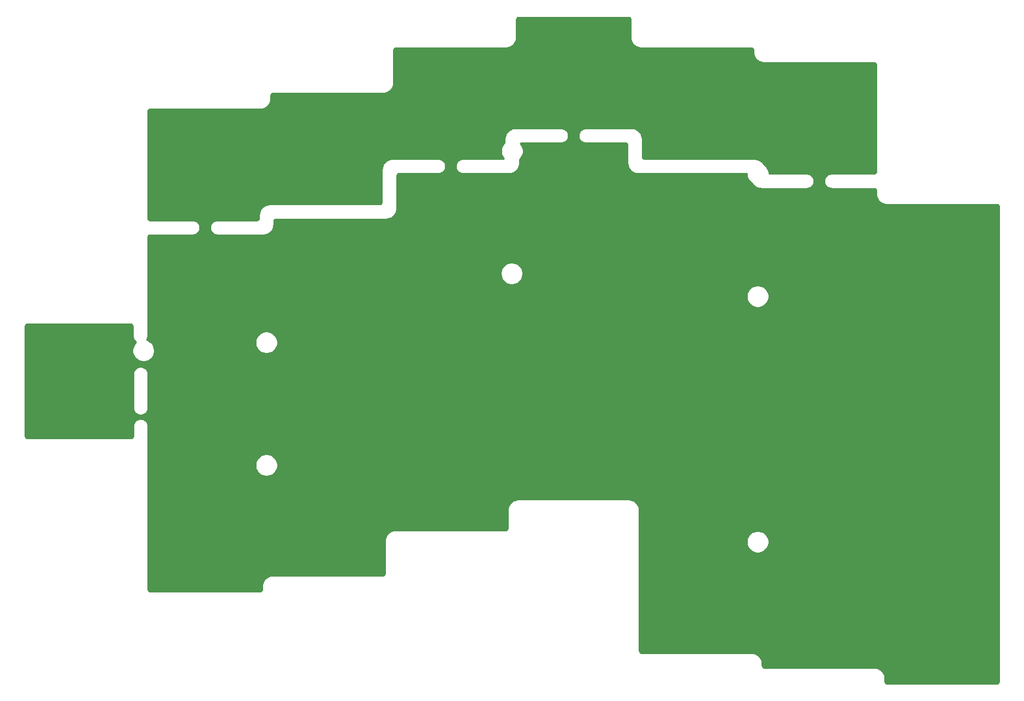
<source format=gbl>
G04 #@! TF.GenerationSoftware,KiCad,Pcbnew,(5.1.5)-3*
G04 #@! TF.CreationDate,2020-04-13T19:22:52+08:00*
G04 #@! TF.ProjectId,underplate,756e6465-7270-46c6-9174-652e6b696361,rev?*
G04 #@! TF.SameCoordinates,Original*
G04 #@! TF.FileFunction,Copper,L2,Bot*
G04 #@! TF.FilePolarity,Positive*
%FSLAX46Y46*%
G04 Gerber Fmt 4.6, Leading zero omitted, Abs format (unit mm)*
G04 Created by KiCad (PCBNEW (5.1.5)-3) date 2020-04-13 19:22:52*
%MOMM*%
%LPD*%
G04 APERTURE LIST*
%ADD10C,0.254000*%
G04 APERTURE END LIST*
D10*
G36*
X180135425Y-58837080D02*
G01*
X180198357Y-58856080D01*
X180256406Y-58886945D01*
X180307344Y-58928489D01*
X180349249Y-58979144D01*
X180380516Y-59036971D01*
X180399957Y-59099772D01*
X180410001Y-59195336D01*
X180410002Y-61962419D01*
X180412784Y-61990664D01*
X180412741Y-61996801D01*
X180413641Y-62005972D01*
X180434042Y-62200069D01*
X180446069Y-62258658D01*
X180457278Y-62317423D01*
X180459942Y-62326245D01*
X180517654Y-62512683D01*
X180540839Y-62567838D01*
X180563243Y-62623291D01*
X180567569Y-62631427D01*
X180660394Y-62803104D01*
X180693847Y-62852699D01*
X180726601Y-62902753D01*
X180732425Y-62909894D01*
X180856829Y-63060272D01*
X180899264Y-63102411D01*
X180941127Y-63145161D01*
X180948228Y-63151034D01*
X181099470Y-63274384D01*
X181149278Y-63307477D01*
X181198652Y-63341284D01*
X181206758Y-63345667D01*
X181379081Y-63437292D01*
X181434393Y-63460090D01*
X181489367Y-63483652D01*
X181498170Y-63486377D01*
X181685007Y-63542786D01*
X181743687Y-63554405D01*
X181802197Y-63566842D01*
X181811362Y-63567805D01*
X182005595Y-63586850D01*
X182005599Y-63586850D01*
X182037582Y-63590000D01*
X199087722Y-63590000D01*
X199185425Y-63599580D01*
X199248357Y-63618580D01*
X199306406Y-63649445D01*
X199357344Y-63690989D01*
X199399249Y-63741644D01*
X199430516Y-63799471D01*
X199449957Y-63862272D01*
X199460001Y-63957835D01*
X199460001Y-64248419D01*
X199462784Y-64276674D01*
X199462741Y-64282801D01*
X199463641Y-64291972D01*
X199484042Y-64486069D01*
X199496069Y-64544658D01*
X199507278Y-64603423D01*
X199509942Y-64612245D01*
X199567654Y-64798683D01*
X199590839Y-64853838D01*
X199613243Y-64909291D01*
X199617569Y-64917427D01*
X199710394Y-65089104D01*
X199743847Y-65138699D01*
X199776601Y-65188753D01*
X199782425Y-65195894D01*
X199906829Y-65346272D01*
X199949264Y-65388411D01*
X199991127Y-65431161D01*
X199998228Y-65437034D01*
X200149470Y-65560384D01*
X200199278Y-65593477D01*
X200248652Y-65627284D01*
X200256758Y-65631667D01*
X200429081Y-65723292D01*
X200484393Y-65746090D01*
X200539367Y-65769652D01*
X200548170Y-65772377D01*
X200735007Y-65828786D01*
X200793687Y-65840405D01*
X200852197Y-65852842D01*
X200861362Y-65853805D01*
X201055595Y-65872850D01*
X201055599Y-65872850D01*
X201087582Y-65876000D01*
X218137721Y-65876000D01*
X218235424Y-65885580D01*
X218298356Y-65904580D01*
X218356405Y-65935445D01*
X218407343Y-65976989D01*
X218449248Y-66027644D01*
X218480515Y-66085471D01*
X218499956Y-66148272D01*
X218510001Y-66243845D01*
X218510000Y-82717721D01*
X218500420Y-82815424D01*
X218481420Y-82878357D01*
X218450554Y-82936406D01*
X218409011Y-82987343D01*
X218358356Y-83029248D01*
X218300529Y-83060515D01*
X218237728Y-83079956D01*
X218143107Y-83089901D01*
X211557680Y-83089901D01*
X211529770Y-83092650D01*
X211526792Y-83092629D01*
X211517621Y-83093528D01*
X211469459Y-83098590D01*
X211460716Y-83099451D01*
X211460424Y-83099539D01*
X211420553Y-83103730D01*
X211361944Y-83115761D01*
X211303192Y-83126968D01*
X211294371Y-83129632D01*
X211201134Y-83158494D01*
X211145978Y-83181680D01*
X211090529Y-83204082D01*
X211082392Y-83208408D01*
X210996536Y-83254830D01*
X210946929Y-83288290D01*
X210896889Y-83321035D01*
X210889748Y-83326860D01*
X210814544Y-83389074D01*
X210772419Y-83431494D01*
X210729653Y-83473374D01*
X210723779Y-83480474D01*
X210662092Y-83556111D01*
X210629008Y-83605906D01*
X210595194Y-83655289D01*
X210590812Y-83663396D01*
X210544990Y-83749574D01*
X210522217Y-83804825D01*
X210498627Y-83859864D01*
X210495903Y-83868667D01*
X210467693Y-83962105D01*
X210456079Y-84020761D01*
X210443637Y-84079296D01*
X210442674Y-84088461D01*
X210433150Y-84185597D01*
X210433150Y-84214405D01*
X210430036Y-84243054D01*
X210430004Y-84252269D01*
X210430016Y-84255760D01*
X210432930Y-84284459D01*
X210432728Y-84313307D01*
X210433627Y-84322478D01*
X210443829Y-84419546D01*
X210455860Y-84478155D01*
X210467067Y-84536907D01*
X210469731Y-84545728D01*
X210498593Y-84638965D01*
X210521773Y-84694108D01*
X210544181Y-84749571D01*
X210548507Y-84757707D01*
X210594930Y-84843564D01*
X210628378Y-84893154D01*
X210661134Y-84943210D01*
X210666955Y-84950346D01*
X210666959Y-84950352D01*
X210666964Y-84950357D01*
X210729172Y-85025555D01*
X210771645Y-85067732D01*
X210813473Y-85110446D01*
X210820568Y-85116315D01*
X210820572Y-85116319D01*
X210820574Y-85116320D01*
X210896210Y-85178007D01*
X210946000Y-85211087D01*
X210995389Y-85244905D01*
X211003495Y-85249287D01*
X211089673Y-85295110D01*
X211144970Y-85317902D01*
X211199964Y-85341472D01*
X211208767Y-85344196D01*
X211302204Y-85372407D01*
X211360897Y-85384028D01*
X211419395Y-85396462D01*
X211428560Y-85397425D01*
X211525696Y-85406949D01*
X211525704Y-85406949D01*
X211557690Y-85410099D01*
X218137720Y-85410000D01*
X218235424Y-85419580D01*
X218298356Y-85438580D01*
X218356405Y-85469445D01*
X218407343Y-85510989D01*
X218449248Y-85561644D01*
X218480515Y-85619471D01*
X218499956Y-85682272D01*
X218510000Y-85777835D01*
X218510000Y-86258919D01*
X218512783Y-86287174D01*
X218512740Y-86293301D01*
X218513640Y-86302472D01*
X218534041Y-86496569D01*
X218546068Y-86555158D01*
X218557277Y-86613923D01*
X218559941Y-86622745D01*
X218617653Y-86809183D01*
X218640838Y-86864338D01*
X218663242Y-86919791D01*
X218667568Y-86927927D01*
X218760393Y-87099604D01*
X218793846Y-87149199D01*
X218826600Y-87199253D01*
X218832424Y-87206394D01*
X218956828Y-87356772D01*
X218999263Y-87398911D01*
X219041126Y-87441661D01*
X219048227Y-87447534D01*
X219199469Y-87570884D01*
X219249277Y-87603977D01*
X219298651Y-87637784D01*
X219306757Y-87642167D01*
X219479080Y-87733792D01*
X219534392Y-87756590D01*
X219589366Y-87780152D01*
X219598169Y-87782877D01*
X219785006Y-87839286D01*
X219843686Y-87850905D01*
X219902196Y-87863342D01*
X219911361Y-87864305D01*
X220105594Y-87883350D01*
X220105598Y-87883350D01*
X220137581Y-87886500D01*
X237187721Y-87886500D01*
X237285424Y-87896080D01*
X237348356Y-87915080D01*
X237406405Y-87945945D01*
X237457343Y-87987489D01*
X237499248Y-88038144D01*
X237530515Y-88095971D01*
X237549956Y-88158772D01*
X237560001Y-88254345D01*
X237560000Y-161860221D01*
X237550420Y-161957924D01*
X237531420Y-162020857D01*
X237500554Y-162078906D01*
X237459011Y-162129843D01*
X237408356Y-162171748D01*
X237350529Y-162203015D01*
X237287728Y-162222456D01*
X237192165Y-162232500D01*
X220252279Y-162232500D01*
X220154576Y-162222920D01*
X220091643Y-162203920D01*
X220033594Y-162173054D01*
X219982657Y-162131511D01*
X219940752Y-162080856D01*
X219909485Y-162023029D01*
X219890044Y-161960228D01*
X219880000Y-161864665D01*
X219880000Y-161387581D01*
X219877217Y-161359326D01*
X219877260Y-161353199D01*
X219876360Y-161344028D01*
X219855959Y-161149931D01*
X219843934Y-161091348D01*
X219832723Y-161032577D01*
X219830059Y-161023755D01*
X219772347Y-160837317D01*
X219749162Y-160782162D01*
X219726758Y-160726709D01*
X219722432Y-160718573D01*
X219629607Y-160546896D01*
X219596139Y-160497278D01*
X219563400Y-160447247D01*
X219557576Y-160440106D01*
X219433172Y-160289728D01*
X219390737Y-160247589D01*
X219348874Y-160204839D01*
X219341773Y-160198966D01*
X219190531Y-160075616D01*
X219140738Y-160042534D01*
X219091349Y-160008716D01*
X219083243Y-160004333D01*
X218910921Y-159912708D01*
X218855606Y-159889909D01*
X218800634Y-159866348D01*
X218791831Y-159863623D01*
X218604995Y-159807214D01*
X218546307Y-159795594D01*
X218487804Y-159783158D01*
X218478639Y-159782195D01*
X218284405Y-159763150D01*
X218284397Y-159763150D01*
X218252573Y-159760008D01*
X201202362Y-159756008D01*
X201104576Y-159746420D01*
X201041643Y-159727420D01*
X200983594Y-159696554D01*
X200932657Y-159655011D01*
X200890752Y-159604356D01*
X200859485Y-159546529D01*
X200840044Y-159483728D01*
X200830000Y-159388165D01*
X200830000Y-159097581D01*
X200827217Y-159069326D01*
X200827260Y-159063199D01*
X200826360Y-159054028D01*
X200805959Y-158859931D01*
X200793934Y-158801348D01*
X200782723Y-158742577D01*
X200780059Y-158733755D01*
X200722347Y-158547317D01*
X200699162Y-158492162D01*
X200676758Y-158436709D01*
X200672432Y-158428573D01*
X200579607Y-158256896D01*
X200546139Y-158207278D01*
X200513400Y-158157247D01*
X200507576Y-158150106D01*
X200383172Y-157999728D01*
X200340737Y-157957589D01*
X200298874Y-157914839D01*
X200291773Y-157908966D01*
X200140531Y-157785616D01*
X200090738Y-157752534D01*
X200041349Y-157718716D01*
X200033243Y-157714333D01*
X199860921Y-157622708D01*
X199805606Y-157599909D01*
X199750634Y-157576348D01*
X199741831Y-157573623D01*
X199554995Y-157517214D01*
X199496307Y-157505594D01*
X199437804Y-157493158D01*
X199428639Y-157492195D01*
X199234405Y-157473150D01*
X199234402Y-157473150D01*
X199202419Y-157470000D01*
X182152279Y-157470000D01*
X182054576Y-157460420D01*
X181991643Y-157441420D01*
X181933594Y-157410554D01*
X181882657Y-157369011D01*
X181840752Y-157318356D01*
X181809485Y-157260529D01*
X181790044Y-157197728D01*
X181780000Y-157102165D01*
X181780000Y-140079117D01*
X198410000Y-140079117D01*
X198410000Y-140420883D01*
X198476675Y-140756081D01*
X198607463Y-141071831D01*
X198797337Y-141355998D01*
X199039002Y-141597663D01*
X199323169Y-141787537D01*
X199638919Y-141918325D01*
X199974117Y-141985000D01*
X200315883Y-141985000D01*
X200651081Y-141918325D01*
X200966831Y-141787537D01*
X201250998Y-141597663D01*
X201492663Y-141355998D01*
X201682537Y-141071831D01*
X201813325Y-140756081D01*
X201880000Y-140420883D01*
X201880000Y-140079117D01*
X201813325Y-139743919D01*
X201682537Y-139428169D01*
X201492663Y-139144002D01*
X201250998Y-138902337D01*
X200966831Y-138712463D01*
X200651081Y-138581675D01*
X200315883Y-138515000D01*
X199974117Y-138515000D01*
X199638919Y-138581675D01*
X199323169Y-138712463D01*
X199039002Y-138902337D01*
X198797337Y-139144002D01*
X198607463Y-139428169D01*
X198476675Y-139743919D01*
X198410000Y-140079117D01*
X181780000Y-140079117D01*
X181780000Y-135285081D01*
X181777217Y-135256826D01*
X181777260Y-135250699D01*
X181776360Y-135241528D01*
X181755959Y-135047431D01*
X181743934Y-134988848D01*
X181732723Y-134930077D01*
X181730059Y-134921255D01*
X181672347Y-134734817D01*
X181649162Y-134679662D01*
X181626758Y-134624209D01*
X181622432Y-134616073D01*
X181529607Y-134444396D01*
X181496139Y-134394778D01*
X181463400Y-134344747D01*
X181457576Y-134337606D01*
X181333172Y-134187228D01*
X181290737Y-134145089D01*
X181248874Y-134102339D01*
X181241773Y-134096466D01*
X181090531Y-133973116D01*
X181040738Y-133940034D01*
X180991349Y-133906216D01*
X180983243Y-133901833D01*
X180810921Y-133810208D01*
X180755606Y-133787409D01*
X180700634Y-133763848D01*
X180691831Y-133761123D01*
X180504995Y-133704714D01*
X180446307Y-133693094D01*
X180387804Y-133680658D01*
X180378639Y-133679695D01*
X180184405Y-133660650D01*
X180184402Y-133660650D01*
X180152419Y-133657500D01*
X162987581Y-133657500D01*
X162959326Y-133660283D01*
X162953199Y-133660240D01*
X162944028Y-133661140D01*
X162749931Y-133681541D01*
X162691348Y-133693566D01*
X162632577Y-133704777D01*
X162623755Y-133707441D01*
X162437317Y-133765153D01*
X162382162Y-133788338D01*
X162326709Y-133810742D01*
X162318573Y-133815068D01*
X162146896Y-133907893D01*
X162097278Y-133941361D01*
X162047247Y-133974100D01*
X162040106Y-133979924D01*
X161889728Y-134104328D01*
X161847589Y-134146763D01*
X161804839Y-134188626D01*
X161798966Y-134195727D01*
X161675616Y-134346969D01*
X161642534Y-134396762D01*
X161608716Y-134446151D01*
X161604333Y-134454257D01*
X161512708Y-134626579D01*
X161489909Y-134681894D01*
X161466348Y-134736866D01*
X161463623Y-134745669D01*
X161407214Y-134932505D01*
X161395594Y-134991193D01*
X161383158Y-135049696D01*
X161382195Y-135058861D01*
X161363150Y-135253095D01*
X161360000Y-135285082D01*
X161360001Y-138047711D01*
X161350420Y-138145424D01*
X161331420Y-138208357D01*
X161300554Y-138266406D01*
X161259011Y-138317343D01*
X161208356Y-138359248D01*
X161150529Y-138390515D01*
X161087728Y-138409956D01*
X160992165Y-138420000D01*
X143937581Y-138420000D01*
X143909326Y-138422783D01*
X143903199Y-138422740D01*
X143894028Y-138423640D01*
X143699931Y-138444041D01*
X143641348Y-138456066D01*
X143582577Y-138467277D01*
X143573755Y-138469941D01*
X143387317Y-138527653D01*
X143332162Y-138550838D01*
X143276709Y-138573242D01*
X143268573Y-138577568D01*
X143096896Y-138670393D01*
X143047278Y-138703861D01*
X142997247Y-138736600D01*
X142990106Y-138742424D01*
X142839728Y-138866828D01*
X142797589Y-138909263D01*
X142754839Y-138951126D01*
X142748966Y-138958227D01*
X142625616Y-139109469D01*
X142592534Y-139159262D01*
X142558716Y-139208651D01*
X142554333Y-139216757D01*
X142462708Y-139389079D01*
X142439909Y-139444394D01*
X142416348Y-139499366D01*
X142413623Y-139508169D01*
X142357214Y-139695005D01*
X142345594Y-139753693D01*
X142333158Y-139812196D01*
X142332195Y-139821361D01*
X142313150Y-140015595D01*
X142310000Y-140047582D01*
X142310001Y-145096211D01*
X142300420Y-145193924D01*
X142281420Y-145256857D01*
X142250554Y-145314906D01*
X142209011Y-145365843D01*
X142158356Y-145407748D01*
X142100529Y-145439015D01*
X142037728Y-145458456D01*
X141942165Y-145468500D01*
X124887581Y-145468500D01*
X124859326Y-145471283D01*
X124853199Y-145471240D01*
X124844028Y-145472140D01*
X124649931Y-145492541D01*
X124591348Y-145504566D01*
X124532577Y-145515777D01*
X124523755Y-145518441D01*
X124337317Y-145576153D01*
X124282162Y-145599338D01*
X124226709Y-145621742D01*
X124218573Y-145626068D01*
X124046896Y-145718893D01*
X123997278Y-145752361D01*
X123947247Y-145785100D01*
X123940106Y-145790924D01*
X123789728Y-145915328D01*
X123747589Y-145957763D01*
X123704839Y-145999626D01*
X123698966Y-146006727D01*
X123575616Y-146157969D01*
X123542534Y-146207762D01*
X123508716Y-146257151D01*
X123504333Y-146265257D01*
X123412708Y-146437579D01*
X123389909Y-146492894D01*
X123366348Y-146547866D01*
X123363623Y-146556669D01*
X123307214Y-146743505D01*
X123295594Y-146802193D01*
X123283158Y-146860696D01*
X123282195Y-146869861D01*
X123263150Y-147064095D01*
X123260000Y-147096082D01*
X123260000Y-147572721D01*
X123250420Y-147670424D01*
X123231420Y-147733357D01*
X123200554Y-147791406D01*
X123159011Y-147842343D01*
X123108356Y-147884248D01*
X123050529Y-147915515D01*
X122987728Y-147934956D01*
X122892165Y-147945000D01*
X105952279Y-147945000D01*
X105854576Y-147935420D01*
X105791643Y-147916420D01*
X105733594Y-147885554D01*
X105682657Y-147844011D01*
X105640752Y-147793356D01*
X105609485Y-147735529D01*
X105590044Y-147672728D01*
X105580000Y-147577165D01*
X105580000Y-128172117D01*
X122210000Y-128172117D01*
X122210000Y-128513883D01*
X122276675Y-128849081D01*
X122407463Y-129164831D01*
X122597337Y-129448998D01*
X122839002Y-129690663D01*
X123123169Y-129880537D01*
X123438919Y-130011325D01*
X123774117Y-130078000D01*
X124115883Y-130078000D01*
X124451081Y-130011325D01*
X124766831Y-129880537D01*
X125050998Y-129690663D01*
X125292663Y-129448998D01*
X125482537Y-129164831D01*
X125613325Y-128849081D01*
X125680000Y-128513883D01*
X125680000Y-128172117D01*
X125613325Y-127836919D01*
X125482537Y-127521169D01*
X125292663Y-127237002D01*
X125050998Y-126995337D01*
X124766831Y-126805463D01*
X124451081Y-126674675D01*
X124115883Y-126608000D01*
X123774117Y-126608000D01*
X123438919Y-126674675D01*
X123123169Y-126805463D01*
X122839002Y-126995337D01*
X122597337Y-127237002D01*
X122407463Y-127521169D01*
X122276675Y-127836919D01*
X122210000Y-128172117D01*
X105580000Y-128172117D01*
X105580000Y-122257581D01*
X105576802Y-122225110D01*
X105576802Y-122218617D01*
X105575838Y-122209452D01*
X105571094Y-122167161D01*
X105570450Y-122160617D01*
X105570308Y-122160149D01*
X105564959Y-122112459D01*
X105552530Y-122053983D01*
X105540904Y-121995264D01*
X105538178Y-121986461D01*
X105508666Y-121893427D01*
X105485119Y-121838488D01*
X105462303Y-121783133D01*
X105457919Y-121775027D01*
X105410898Y-121689498D01*
X105377111Y-121640154D01*
X105344005Y-121590324D01*
X105338131Y-121583224D01*
X105275394Y-121508456D01*
X105232683Y-121466630D01*
X105190503Y-121424154D01*
X105183361Y-121418330D01*
X105107296Y-121357173D01*
X105057244Y-121324420D01*
X105007649Y-121290967D01*
X104999517Y-121286644D01*
X104999513Y-121286641D01*
X104999509Y-121286639D01*
X104913016Y-121241422D01*
X104857584Y-121219026D01*
X104802408Y-121195832D01*
X104793586Y-121193169D01*
X104699955Y-121165612D01*
X104641256Y-121154415D01*
X104582600Y-121142374D01*
X104573429Y-121141475D01*
X104476228Y-121132629D01*
X104416411Y-121133047D01*
X104356594Y-121132629D01*
X104347423Y-121133528D01*
X104250355Y-121143730D01*
X104191746Y-121155761D01*
X104132994Y-121166968D01*
X104124173Y-121169632D01*
X104030936Y-121198494D01*
X103975780Y-121221680D01*
X103920331Y-121244082D01*
X103912194Y-121248408D01*
X103826338Y-121294830D01*
X103776731Y-121328290D01*
X103726691Y-121361035D01*
X103719550Y-121366860D01*
X103644346Y-121429074D01*
X103602221Y-121471494D01*
X103559455Y-121513374D01*
X103553581Y-121520474D01*
X103491894Y-121596111D01*
X103458810Y-121645906D01*
X103424996Y-121695289D01*
X103420614Y-121703396D01*
X103374792Y-121789574D01*
X103352019Y-121844825D01*
X103328429Y-121899864D01*
X103325705Y-121908667D01*
X103297495Y-122002105D01*
X103285881Y-122060761D01*
X103273439Y-122119296D01*
X103272476Y-122128461D01*
X103262952Y-122225597D01*
X103259798Y-122257668D01*
X103259996Y-123760257D01*
X103250420Y-123857924D01*
X103231420Y-123920857D01*
X103200554Y-123978906D01*
X103159011Y-124029843D01*
X103108356Y-124071748D01*
X103050529Y-124103015D01*
X102987728Y-124122456D01*
X102892165Y-124132500D01*
X86902279Y-124132500D01*
X86804576Y-124122920D01*
X86741643Y-124103920D01*
X86683594Y-124073054D01*
X86632657Y-124031511D01*
X86590752Y-123980856D01*
X86559485Y-123923029D01*
X86540044Y-123860228D01*
X86530000Y-123764665D01*
X86530000Y-114177594D01*
X103259802Y-114177594D01*
X103259902Y-119462431D01*
X103263099Y-119494885D01*
X103263099Y-119501383D01*
X103264063Y-119510547D01*
X103268820Y-119552958D01*
X103269454Y-119559395D01*
X103269593Y-119559855D01*
X103274942Y-119607541D01*
X103287377Y-119666047D01*
X103298998Y-119724736D01*
X103301723Y-119733539D01*
X103331235Y-119826574D01*
X103354793Y-119881538D01*
X103377598Y-119936867D01*
X103381982Y-119944973D01*
X103429002Y-120030502D01*
X103462809Y-120079874D01*
X103495896Y-120129675D01*
X103501770Y-120136776D01*
X103564507Y-120211544D01*
X103607237Y-120253389D01*
X103649398Y-120295845D01*
X103656540Y-120301669D01*
X103732605Y-120362827D01*
X103782657Y-120395580D01*
X103832252Y-120429033D01*
X103840384Y-120433356D01*
X103840388Y-120433359D01*
X103840392Y-120433361D01*
X103926885Y-120478578D01*
X103982317Y-120500974D01*
X104037493Y-120524168D01*
X104046315Y-120526831D01*
X104139946Y-120554388D01*
X104198659Y-120565588D01*
X104257302Y-120577626D01*
X104266473Y-120578525D01*
X104363673Y-120587371D01*
X104423490Y-120586953D01*
X104483307Y-120587371D01*
X104492478Y-120586472D01*
X104589546Y-120576270D01*
X104648155Y-120564239D01*
X104706907Y-120553032D01*
X104715728Y-120550368D01*
X104808965Y-120521506D01*
X104864108Y-120498326D01*
X104919571Y-120475918D01*
X104927707Y-120471592D01*
X105013564Y-120425169D01*
X105063154Y-120391721D01*
X105113210Y-120358965D01*
X105120346Y-120353144D01*
X105120352Y-120353140D01*
X105120357Y-120353135D01*
X105195555Y-120290927D01*
X105237732Y-120248454D01*
X105280446Y-120206626D01*
X105286318Y-120199528D01*
X105286319Y-120199527D01*
X105286322Y-120199523D01*
X105348007Y-120123889D01*
X105381087Y-120074099D01*
X105414905Y-120024710D01*
X105419287Y-120016604D01*
X105465110Y-119930426D01*
X105487902Y-119875129D01*
X105511472Y-119820135D01*
X105514196Y-119811332D01*
X105542407Y-119717895D01*
X105554028Y-119659202D01*
X105566462Y-119600704D01*
X105567425Y-119591539D01*
X105576949Y-119494403D01*
X105576949Y-119494396D01*
X105580099Y-119462406D01*
X105579999Y-114177569D01*
X105576802Y-114145115D01*
X105576802Y-114138617D01*
X105575838Y-114129452D01*
X105571081Y-114087037D01*
X105570447Y-114080605D01*
X105570308Y-114080146D01*
X105564959Y-114032459D01*
X105552530Y-113973983D01*
X105540904Y-113915264D01*
X105538178Y-113906461D01*
X105508666Y-113813427D01*
X105485119Y-113758488D01*
X105462303Y-113703133D01*
X105457919Y-113695027D01*
X105410898Y-113609498D01*
X105377111Y-113560154D01*
X105344005Y-113510324D01*
X105338131Y-113503224D01*
X105275394Y-113428456D01*
X105232683Y-113386630D01*
X105190503Y-113344154D01*
X105183361Y-113338330D01*
X105107296Y-113277173D01*
X105057244Y-113244420D01*
X105007649Y-113210967D01*
X104999517Y-113206644D01*
X104999513Y-113206641D01*
X104999509Y-113206639D01*
X104913016Y-113161422D01*
X104857584Y-113139026D01*
X104802408Y-113115832D01*
X104793586Y-113113169D01*
X104699955Y-113085612D01*
X104641256Y-113074415D01*
X104582600Y-113062374D01*
X104573429Y-113061475D01*
X104476228Y-113052629D01*
X104416411Y-113053047D01*
X104356594Y-113052629D01*
X104347423Y-113053528D01*
X104250355Y-113063730D01*
X104191746Y-113075761D01*
X104132994Y-113086968D01*
X104124173Y-113089632D01*
X104030936Y-113118494D01*
X103975780Y-113141680D01*
X103920331Y-113164082D01*
X103912194Y-113168408D01*
X103826338Y-113214830D01*
X103776731Y-113248290D01*
X103726691Y-113281035D01*
X103719550Y-113286860D01*
X103644346Y-113349074D01*
X103602221Y-113391494D01*
X103559455Y-113433374D01*
X103553581Y-113440474D01*
X103491894Y-113516111D01*
X103458810Y-113565906D01*
X103424996Y-113615289D01*
X103420614Y-113623396D01*
X103374792Y-113709574D01*
X103352019Y-113764825D01*
X103328429Y-113819864D01*
X103325705Y-113828667D01*
X103297495Y-113922105D01*
X103285881Y-113980761D01*
X103273439Y-114039296D01*
X103272476Y-114048461D01*
X103262952Y-114145597D01*
X103262952Y-114145604D01*
X103259802Y-114177594D01*
X86530000Y-114177594D01*
X86530000Y-106824779D01*
X86539580Y-106727076D01*
X86558580Y-106664144D01*
X86589445Y-106606095D01*
X86630989Y-106555157D01*
X86681644Y-106513252D01*
X86739471Y-106481985D01*
X86802272Y-106462544D01*
X86897835Y-106452500D01*
X102837721Y-106452500D01*
X102935424Y-106462080D01*
X102998356Y-106481080D01*
X103056405Y-106511945D01*
X103107343Y-106553489D01*
X103149248Y-106604144D01*
X103180515Y-106661971D01*
X103199956Y-106724772D01*
X103209997Y-106820307D01*
X103209798Y-108322331D01*
X103213000Y-108354888D01*
X103213000Y-108361383D01*
X103213964Y-108370547D01*
X103218646Y-108412287D01*
X103219335Y-108419296D01*
X103219489Y-108419802D01*
X103224843Y-108467541D01*
X103237278Y-108526047D01*
X103248899Y-108584736D01*
X103251624Y-108593539D01*
X103281136Y-108686574D01*
X103304694Y-108741538D01*
X103327499Y-108796867D01*
X103331883Y-108804973D01*
X103378903Y-108890502D01*
X103412710Y-108939874D01*
X103445797Y-108989675D01*
X103451671Y-108996776D01*
X103514408Y-109071544D01*
X103557138Y-109113389D01*
X103599299Y-109155845D01*
X103606441Y-109161669D01*
X103682506Y-109222827D01*
X103723310Y-109249529D01*
X103522337Y-109450502D01*
X103332463Y-109734669D01*
X103201675Y-110050419D01*
X103135000Y-110385617D01*
X103135000Y-110727383D01*
X103201675Y-111062581D01*
X103332463Y-111378331D01*
X103522337Y-111662498D01*
X103764002Y-111904163D01*
X104048169Y-112094037D01*
X104363919Y-112224825D01*
X104699117Y-112291500D01*
X105040883Y-112291500D01*
X105376081Y-112224825D01*
X105691831Y-112094037D01*
X105975998Y-111904163D01*
X106217663Y-111662498D01*
X106407537Y-111378331D01*
X106538325Y-111062581D01*
X106605000Y-110727383D01*
X106605000Y-110385617D01*
X106538325Y-110050419D01*
X106407537Y-109734669D01*
X106217663Y-109450502D01*
X105975998Y-109208837D01*
X105855492Y-109128317D01*
X122210000Y-109128317D01*
X122210000Y-109470083D01*
X122276675Y-109805281D01*
X122407463Y-110121031D01*
X122597337Y-110405198D01*
X122839002Y-110646863D01*
X123123169Y-110836737D01*
X123438919Y-110967525D01*
X123774117Y-111034200D01*
X124115883Y-111034200D01*
X124451081Y-110967525D01*
X124766831Y-110836737D01*
X125050998Y-110646863D01*
X125292663Y-110405198D01*
X125482537Y-110121031D01*
X125613325Y-109805281D01*
X125680000Y-109470083D01*
X125680000Y-109128317D01*
X125613325Y-108793119D01*
X125482537Y-108477369D01*
X125292663Y-108193202D01*
X125050998Y-107951537D01*
X124766831Y-107761663D01*
X124451081Y-107630875D01*
X124115883Y-107564200D01*
X123774117Y-107564200D01*
X123438919Y-107630875D01*
X123123169Y-107761663D01*
X122839002Y-107951537D01*
X122597337Y-108193202D01*
X122407463Y-108477369D01*
X122276675Y-108793119D01*
X122210000Y-109128317D01*
X105855492Y-109128317D01*
X105691831Y-109018963D01*
X105376081Y-108888175D01*
X105364069Y-108885786D01*
X105364806Y-108884710D01*
X105369188Y-108876604D01*
X105415011Y-108790426D01*
X105437803Y-108735129D01*
X105461373Y-108680135D01*
X105464097Y-108671332D01*
X105492308Y-108577895D01*
X105503929Y-108519202D01*
X105516363Y-108460704D01*
X105517326Y-108451539D01*
X105526850Y-108354403D01*
X105526850Y-108354402D01*
X105530000Y-108322419D01*
X105530000Y-101978617D01*
X198410000Y-101978617D01*
X198410000Y-102320383D01*
X198476675Y-102655581D01*
X198607463Y-102971331D01*
X198797337Y-103255498D01*
X199039002Y-103497163D01*
X199323169Y-103687037D01*
X199638919Y-103817825D01*
X199974117Y-103884500D01*
X200315883Y-103884500D01*
X200651081Y-103817825D01*
X200966831Y-103687037D01*
X201250998Y-103497163D01*
X201492663Y-103255498D01*
X201682537Y-102971331D01*
X201813325Y-102655581D01*
X201880000Y-102320383D01*
X201880000Y-101978617D01*
X201813325Y-101643419D01*
X201682537Y-101327669D01*
X201492663Y-101043502D01*
X201250998Y-100801837D01*
X200966831Y-100611963D01*
X200651081Y-100481175D01*
X200315883Y-100414500D01*
X199974117Y-100414500D01*
X199638919Y-100481175D01*
X199323169Y-100611963D01*
X199039002Y-100801837D01*
X198797337Y-101043502D01*
X198607463Y-101327669D01*
X198476675Y-101643419D01*
X198410000Y-101978617D01*
X105530000Y-101978617D01*
X105530000Y-98440317D01*
X160255000Y-98440317D01*
X160255000Y-98782083D01*
X160321675Y-99117281D01*
X160452463Y-99433031D01*
X160642337Y-99717198D01*
X160884002Y-99958863D01*
X161168169Y-100148737D01*
X161483919Y-100279525D01*
X161819117Y-100346200D01*
X162160883Y-100346200D01*
X162496081Y-100279525D01*
X162811831Y-100148737D01*
X163095998Y-99958863D01*
X163337663Y-99717198D01*
X163527537Y-99433031D01*
X163658325Y-99117281D01*
X163725000Y-98782083D01*
X163725000Y-98440317D01*
X163658325Y-98105119D01*
X163527537Y-97789369D01*
X163337663Y-97505202D01*
X163095998Y-97263537D01*
X162811831Y-97073663D01*
X162496081Y-96942875D01*
X162160883Y-96876200D01*
X161819117Y-96876200D01*
X161483919Y-96942875D01*
X161168169Y-97073663D01*
X160884002Y-97263537D01*
X160642337Y-97505202D01*
X160452463Y-97789369D01*
X160321675Y-98105119D01*
X160255000Y-98440317D01*
X105530000Y-98440317D01*
X105530000Y-93012279D01*
X105539580Y-92914576D01*
X105558580Y-92851644D01*
X105589445Y-92793595D01*
X105630989Y-92742657D01*
X105681644Y-92700752D01*
X105739471Y-92669485D01*
X105802272Y-92650044D01*
X105897836Y-92640000D01*
X112522211Y-92640099D01*
X112550124Y-92637350D01*
X112553109Y-92637371D01*
X112562280Y-92636472D01*
X112610453Y-92631409D01*
X112619175Y-92630550D01*
X112619466Y-92630462D01*
X112659348Y-92626270D01*
X112717957Y-92614239D01*
X112776709Y-92603032D01*
X112785530Y-92600368D01*
X112878767Y-92571506D01*
X112933910Y-92548326D01*
X112989373Y-92525918D01*
X112997509Y-92521592D01*
X113083366Y-92475169D01*
X113132956Y-92441721D01*
X113183012Y-92408965D01*
X113190148Y-92403144D01*
X113190154Y-92403140D01*
X113190159Y-92403135D01*
X113265357Y-92340927D01*
X113307534Y-92298454D01*
X113350248Y-92256626D01*
X113356120Y-92249528D01*
X113356121Y-92249527D01*
X113356124Y-92249523D01*
X113417809Y-92173889D01*
X113450889Y-92124099D01*
X113484707Y-92074710D01*
X113489089Y-92066604D01*
X113534912Y-91980426D01*
X113557704Y-91925129D01*
X113581274Y-91870135D01*
X113583998Y-91861332D01*
X113612209Y-91767895D01*
X113623830Y-91709202D01*
X113636264Y-91650704D01*
X113637227Y-91641539D01*
X113646751Y-91544403D01*
X113646751Y-91515595D01*
X113649865Y-91486946D01*
X113649881Y-91482269D01*
X115190004Y-91482269D01*
X115190016Y-91485760D01*
X115192930Y-91514459D01*
X115192728Y-91543307D01*
X115193627Y-91552478D01*
X115203829Y-91649546D01*
X115215860Y-91708155D01*
X115227067Y-91766907D01*
X115229731Y-91775728D01*
X115258593Y-91868965D01*
X115281773Y-91924108D01*
X115304181Y-91979571D01*
X115308507Y-91987707D01*
X115354930Y-92073564D01*
X115388378Y-92123154D01*
X115421134Y-92173210D01*
X115426955Y-92180346D01*
X115426959Y-92180352D01*
X115426964Y-92180357D01*
X115489172Y-92255555D01*
X115531645Y-92297732D01*
X115573473Y-92340446D01*
X115580568Y-92346315D01*
X115580572Y-92346319D01*
X115580574Y-92346320D01*
X115656210Y-92408007D01*
X115706000Y-92441087D01*
X115755389Y-92474905D01*
X115763495Y-92479287D01*
X115849673Y-92525110D01*
X115904970Y-92547902D01*
X115959964Y-92571472D01*
X115968767Y-92574196D01*
X116062204Y-92602407D01*
X116120897Y-92614028D01*
X116179395Y-92626462D01*
X116188560Y-92627425D01*
X116285696Y-92636949D01*
X116285697Y-92636949D01*
X116317680Y-92640099D01*
X123472419Y-92640099D01*
X123501612Y-92637224D01*
X123506801Y-92637260D01*
X123515972Y-92636360D01*
X123710069Y-92615959D01*
X123768658Y-92603932D01*
X123827423Y-92592723D01*
X123836245Y-92590059D01*
X124022683Y-92532347D01*
X124077838Y-92509162D01*
X124133291Y-92486758D01*
X124141427Y-92482432D01*
X124313104Y-92389607D01*
X124362699Y-92356154D01*
X124412753Y-92323400D01*
X124419894Y-92317576D01*
X124570272Y-92193172D01*
X124612411Y-92150737D01*
X124655161Y-92108874D01*
X124661034Y-92101773D01*
X124784384Y-91950531D01*
X124817477Y-91900723D01*
X124851284Y-91851349D01*
X124855667Y-91843243D01*
X124947292Y-91670920D01*
X124970090Y-91615608D01*
X124993652Y-91560634D01*
X124996377Y-91551831D01*
X125052786Y-91364994D01*
X125064405Y-91306314D01*
X125076842Y-91247804D01*
X125077805Y-91238639D01*
X125096850Y-91044406D01*
X125096850Y-91044402D01*
X125100000Y-91012419D01*
X125100000Y-90532279D01*
X125109580Y-90434576D01*
X125128580Y-90371644D01*
X125159445Y-90313595D01*
X125200989Y-90262657D01*
X125251644Y-90220752D01*
X125309471Y-90189485D01*
X125372272Y-90170044D01*
X125467835Y-90160000D01*
X142532419Y-90160000D01*
X142560674Y-90157217D01*
X142566801Y-90157260D01*
X142575972Y-90156360D01*
X142770069Y-90135959D01*
X142828658Y-90123932D01*
X142887423Y-90112723D01*
X142896245Y-90110059D01*
X143082683Y-90052347D01*
X143137838Y-90029162D01*
X143193291Y-90006758D01*
X143201427Y-90002432D01*
X143373104Y-89909607D01*
X143422699Y-89876154D01*
X143472753Y-89843400D01*
X143479894Y-89837576D01*
X143630272Y-89713172D01*
X143672411Y-89670737D01*
X143715161Y-89628874D01*
X143721034Y-89621773D01*
X143844384Y-89470531D01*
X143877477Y-89420723D01*
X143911284Y-89371349D01*
X143915667Y-89363243D01*
X144007292Y-89190920D01*
X144030090Y-89135608D01*
X144053652Y-89080634D01*
X144056377Y-89071831D01*
X144112786Y-88884994D01*
X144124405Y-88826314D01*
X144136842Y-88767804D01*
X144137805Y-88758639D01*
X144156850Y-88564406D01*
X144156850Y-88564402D01*
X144160000Y-88532419D01*
X144160000Y-83482279D01*
X144169580Y-83384576D01*
X144188580Y-83321644D01*
X144219445Y-83263595D01*
X144260989Y-83212657D01*
X144311644Y-83170752D01*
X144369471Y-83139485D01*
X144432272Y-83120044D01*
X144527836Y-83110000D01*
X150622309Y-83110099D01*
X150650225Y-83107350D01*
X150653208Y-83107371D01*
X150662379Y-83106472D01*
X150710430Y-83101422D01*
X150719273Y-83100551D01*
X150719569Y-83100461D01*
X150759447Y-83096270D01*
X150818056Y-83084239D01*
X150876808Y-83073032D01*
X150885629Y-83070368D01*
X150978866Y-83041506D01*
X151034009Y-83018326D01*
X151089472Y-82995918D01*
X151097608Y-82991592D01*
X151183465Y-82945169D01*
X151233055Y-82911721D01*
X151283111Y-82878965D01*
X151290247Y-82873144D01*
X151290253Y-82873140D01*
X151290258Y-82873135D01*
X151365456Y-82810927D01*
X151407633Y-82768454D01*
X151450347Y-82726626D01*
X151456219Y-82719528D01*
X151456220Y-82719527D01*
X151456223Y-82719523D01*
X151517908Y-82643889D01*
X151550988Y-82594099D01*
X151584806Y-82544710D01*
X151589188Y-82536604D01*
X151635011Y-82450426D01*
X151657803Y-82395129D01*
X151681373Y-82340135D01*
X151684097Y-82331332D01*
X151712308Y-82237895D01*
X151723929Y-82179202D01*
X151736363Y-82120704D01*
X151737326Y-82111539D01*
X151746850Y-82014403D01*
X151746850Y-81985595D01*
X151749964Y-81956946D01*
X151749980Y-81952269D01*
X153290103Y-81952269D01*
X153290115Y-81955760D01*
X153293029Y-81984459D01*
X153292827Y-82013307D01*
X153293726Y-82022478D01*
X153303928Y-82119546D01*
X153315959Y-82178155D01*
X153327166Y-82236907D01*
X153329830Y-82245728D01*
X153358692Y-82338965D01*
X153381872Y-82394108D01*
X153404280Y-82449571D01*
X153408606Y-82457707D01*
X153455029Y-82543564D01*
X153488477Y-82593154D01*
X153521233Y-82643210D01*
X153527054Y-82650346D01*
X153527058Y-82650352D01*
X153527063Y-82650357D01*
X153589271Y-82725555D01*
X153631744Y-82767732D01*
X153673572Y-82810446D01*
X153680667Y-82816315D01*
X153680671Y-82816319D01*
X153680673Y-82816320D01*
X153756309Y-82878007D01*
X153806099Y-82911087D01*
X153855488Y-82944905D01*
X153863594Y-82949287D01*
X153949772Y-82995110D01*
X154005069Y-83017902D01*
X154060063Y-83041472D01*
X154068866Y-83044196D01*
X154162303Y-83072407D01*
X154220996Y-83084028D01*
X154279494Y-83096462D01*
X154288659Y-83097425D01*
X154385795Y-83106949D01*
X154385803Y-83106949D01*
X154417789Y-83110099D01*
X161582428Y-83109999D01*
X161610670Y-83107217D01*
X161616801Y-83107260D01*
X161625972Y-83106360D01*
X161820069Y-83085959D01*
X161878658Y-83073932D01*
X161937423Y-83062723D01*
X161946245Y-83060059D01*
X162132683Y-83002347D01*
X162187838Y-82979162D01*
X162243291Y-82956758D01*
X162251427Y-82952432D01*
X162423104Y-82859607D01*
X162472699Y-82826154D01*
X162522753Y-82793400D01*
X162529894Y-82787576D01*
X162680272Y-82663172D01*
X162722411Y-82620737D01*
X162765161Y-82578874D01*
X162771034Y-82571773D01*
X162894384Y-82420531D01*
X162927477Y-82370723D01*
X162961284Y-82321349D01*
X162965667Y-82313243D01*
X163057292Y-82140920D01*
X163080090Y-82085608D01*
X163103652Y-82030634D01*
X163106377Y-82021831D01*
X163162786Y-81834994D01*
X163174405Y-81776314D01*
X163186842Y-81717804D01*
X163187805Y-81708639D01*
X163206850Y-81514406D01*
X163206850Y-81514402D01*
X163210000Y-81482419D01*
X163210000Y-80869861D01*
X163392663Y-80687198D01*
X163582537Y-80403031D01*
X163713325Y-80087281D01*
X163780000Y-79752083D01*
X163780000Y-79410317D01*
X163713325Y-79075119D01*
X163582537Y-78759369D01*
X163392663Y-78475202D01*
X163348821Y-78431360D01*
X163361644Y-78420752D01*
X163419471Y-78389485D01*
X163482272Y-78370044D01*
X163577836Y-78360000D01*
X169672309Y-78360099D01*
X169700225Y-78357350D01*
X169703208Y-78357371D01*
X169712379Y-78356472D01*
X169760430Y-78351422D01*
X169769273Y-78350551D01*
X169769569Y-78350461D01*
X169809447Y-78346270D01*
X169868056Y-78334239D01*
X169926808Y-78323032D01*
X169935629Y-78320368D01*
X170028866Y-78291506D01*
X170084009Y-78268326D01*
X170139472Y-78245918D01*
X170147608Y-78241592D01*
X170233465Y-78195169D01*
X170283055Y-78161721D01*
X170333111Y-78128965D01*
X170340247Y-78123144D01*
X170340253Y-78123140D01*
X170340258Y-78123135D01*
X170415456Y-78060927D01*
X170457633Y-78018454D01*
X170500347Y-77976626D01*
X170506219Y-77969528D01*
X170506220Y-77969527D01*
X170506223Y-77969523D01*
X170567908Y-77893889D01*
X170600988Y-77844099D01*
X170634806Y-77794710D01*
X170639188Y-77786604D01*
X170685011Y-77700426D01*
X170707803Y-77645129D01*
X170731373Y-77590135D01*
X170734097Y-77581332D01*
X170762308Y-77487895D01*
X170773929Y-77429202D01*
X170786363Y-77370704D01*
X170787326Y-77361539D01*
X170796850Y-77264403D01*
X170796850Y-77235595D01*
X170799964Y-77206946D01*
X170799980Y-77202269D01*
X172340103Y-77202269D01*
X172340115Y-77205760D01*
X172343029Y-77234459D01*
X172342827Y-77263307D01*
X172343726Y-77272478D01*
X172353928Y-77369546D01*
X172365959Y-77428155D01*
X172377166Y-77486907D01*
X172379830Y-77495728D01*
X172408692Y-77588965D01*
X172431872Y-77644108D01*
X172454280Y-77699571D01*
X172458606Y-77707707D01*
X172505029Y-77793564D01*
X172538477Y-77843154D01*
X172571233Y-77893210D01*
X172577054Y-77900346D01*
X172577058Y-77900352D01*
X172577063Y-77900357D01*
X172639271Y-77975555D01*
X172681744Y-78017732D01*
X172723572Y-78060446D01*
X172730667Y-78066315D01*
X172730671Y-78066319D01*
X172730673Y-78066320D01*
X172806309Y-78128007D01*
X172856099Y-78161087D01*
X172905488Y-78194905D01*
X172913594Y-78199287D01*
X172999772Y-78245110D01*
X173055069Y-78267902D01*
X173110063Y-78291472D01*
X173118866Y-78294196D01*
X173212303Y-78322407D01*
X173270996Y-78334028D01*
X173329494Y-78346462D01*
X173338659Y-78347425D01*
X173435795Y-78356949D01*
X173435800Y-78356949D01*
X173467790Y-78360099D01*
X179557721Y-78360000D01*
X179655424Y-78369580D01*
X179718356Y-78388580D01*
X179776405Y-78419445D01*
X179827343Y-78460989D01*
X179869248Y-78511644D01*
X179900515Y-78569471D01*
X179919956Y-78632272D01*
X179930000Y-78727836D01*
X179930001Y-81492419D01*
X179932783Y-81520664D01*
X179932740Y-81526801D01*
X179933640Y-81535972D01*
X179954041Y-81730069D01*
X179966068Y-81788658D01*
X179977277Y-81847423D01*
X179979941Y-81856245D01*
X180037653Y-82042683D01*
X180060838Y-82097838D01*
X180083242Y-82153291D01*
X180087568Y-82161427D01*
X180180393Y-82333104D01*
X180213846Y-82382699D01*
X180246600Y-82432753D01*
X180252424Y-82439894D01*
X180376828Y-82590272D01*
X180419263Y-82632411D01*
X180461126Y-82675161D01*
X180468227Y-82681034D01*
X180619469Y-82804384D01*
X180669277Y-82837477D01*
X180718651Y-82871284D01*
X180726757Y-82875667D01*
X180899080Y-82967292D01*
X180954392Y-82990090D01*
X181009366Y-83013652D01*
X181018169Y-83016377D01*
X181205006Y-83072786D01*
X181263686Y-83084405D01*
X181322196Y-83096842D01*
X181331361Y-83097805D01*
X181525594Y-83116850D01*
X181525598Y-83116850D01*
X181557581Y-83120000D01*
X198410000Y-83120000D01*
X198410000Y-83276383D01*
X198476675Y-83611581D01*
X198607463Y-83927331D01*
X198797337Y-84211498D01*
X199039002Y-84453163D01*
X199210446Y-84567718D01*
X199240393Y-84623104D01*
X199273846Y-84672699D01*
X199306600Y-84722753D01*
X199312424Y-84729894D01*
X199436828Y-84880272D01*
X199479263Y-84922411D01*
X199521126Y-84965161D01*
X199528227Y-84971034D01*
X199679469Y-85094384D01*
X199729277Y-85127477D01*
X199778651Y-85161284D01*
X199786757Y-85165667D01*
X199959080Y-85257292D01*
X200014392Y-85280090D01*
X200069366Y-85303652D01*
X200078169Y-85306377D01*
X200265006Y-85362786D01*
X200323686Y-85374405D01*
X200382196Y-85386842D01*
X200391361Y-85387805D01*
X200585594Y-85406850D01*
X200585603Y-85406850D01*
X200617572Y-85409999D01*
X207772310Y-85410099D01*
X207800223Y-85407350D01*
X207803208Y-85407371D01*
X207812379Y-85406472D01*
X207860552Y-85401409D01*
X207869274Y-85400550D01*
X207869565Y-85400462D01*
X207909447Y-85396270D01*
X207968056Y-85384239D01*
X208026808Y-85373032D01*
X208035629Y-85370368D01*
X208128866Y-85341506D01*
X208184009Y-85318326D01*
X208239472Y-85295918D01*
X208247608Y-85291592D01*
X208333465Y-85245169D01*
X208383055Y-85211721D01*
X208433111Y-85178965D01*
X208440247Y-85173144D01*
X208440253Y-85173140D01*
X208440258Y-85173135D01*
X208515456Y-85110927D01*
X208557633Y-85068454D01*
X208600347Y-85026626D01*
X208606219Y-85019528D01*
X208606220Y-85019527D01*
X208606223Y-85019523D01*
X208667908Y-84943889D01*
X208700988Y-84894099D01*
X208734806Y-84844710D01*
X208739188Y-84836604D01*
X208785011Y-84750426D01*
X208807803Y-84695129D01*
X208831373Y-84640135D01*
X208834097Y-84631332D01*
X208862308Y-84537895D01*
X208873929Y-84479202D01*
X208886363Y-84420704D01*
X208887326Y-84411539D01*
X208896850Y-84314403D01*
X208896850Y-84285595D01*
X208899964Y-84256946D01*
X208899996Y-84247731D01*
X208899984Y-84244240D01*
X208897070Y-84215541D01*
X208897272Y-84186693D01*
X208896373Y-84177522D01*
X208886171Y-84080454D01*
X208874135Y-84021820D01*
X208862933Y-83963093D01*
X208860269Y-83954272D01*
X208831407Y-83861035D01*
X208808221Y-83805879D01*
X208785819Y-83750430D01*
X208781493Y-83742293D01*
X208735071Y-83656437D01*
X208701611Y-83606830D01*
X208668866Y-83556790D01*
X208663041Y-83549649D01*
X208600827Y-83474445D01*
X208558407Y-83432320D01*
X208516527Y-83389554D01*
X208509427Y-83383680D01*
X208433790Y-83321993D01*
X208383995Y-83288909D01*
X208334612Y-83255095D01*
X208326505Y-83250713D01*
X208326502Y-83250711D01*
X208326499Y-83250710D01*
X208240327Y-83204891D01*
X208185076Y-83182118D01*
X208130037Y-83158528D01*
X208121234Y-83155804D01*
X208027796Y-83127594D01*
X207969140Y-83115980D01*
X207910605Y-83103538D01*
X207901440Y-83102575D01*
X207804304Y-83093051D01*
X207804299Y-83093051D01*
X207772309Y-83089901D01*
X201880000Y-83089997D01*
X201880000Y-82934617D01*
X201813325Y-82599419D01*
X201682537Y-82283669D01*
X201492663Y-81999502D01*
X201250998Y-81757837D01*
X201096057Y-81654309D01*
X201059607Y-81586896D01*
X201026139Y-81537278D01*
X200993400Y-81487247D01*
X200987576Y-81480106D01*
X200863172Y-81329728D01*
X200820737Y-81287589D01*
X200778874Y-81244839D01*
X200771773Y-81238966D01*
X200620531Y-81115616D01*
X200570738Y-81082534D01*
X200521349Y-81048716D01*
X200513243Y-81044333D01*
X200340921Y-80952708D01*
X200285606Y-80929909D01*
X200230634Y-80906348D01*
X200221831Y-80903623D01*
X200034995Y-80847214D01*
X199976307Y-80835594D01*
X199917804Y-80823158D01*
X199908639Y-80822195D01*
X199714405Y-80803150D01*
X199714402Y-80803150D01*
X199682419Y-80800000D01*
X182622279Y-80800000D01*
X182524576Y-80790420D01*
X182461643Y-80771420D01*
X182403594Y-80740554D01*
X182352657Y-80699011D01*
X182310752Y-80648356D01*
X182279485Y-80590529D01*
X182260044Y-80527728D01*
X182250000Y-80432165D01*
X182250000Y-77667581D01*
X182247217Y-77639326D01*
X182247260Y-77633199D01*
X182246360Y-77624028D01*
X182225959Y-77429931D01*
X182213934Y-77371348D01*
X182202723Y-77312577D01*
X182200059Y-77303755D01*
X182142347Y-77117317D01*
X182119162Y-77062162D01*
X182096758Y-77006709D01*
X182092432Y-76998573D01*
X181999607Y-76826896D01*
X181966139Y-76777278D01*
X181933400Y-76727247D01*
X181927576Y-76720106D01*
X181803172Y-76569728D01*
X181760737Y-76527589D01*
X181718874Y-76484839D01*
X181711773Y-76478966D01*
X181560531Y-76355616D01*
X181510738Y-76322534D01*
X181461349Y-76288716D01*
X181453243Y-76284333D01*
X181280921Y-76192708D01*
X181225606Y-76169909D01*
X181170634Y-76146348D01*
X181161831Y-76143623D01*
X180974995Y-76087214D01*
X180916307Y-76075594D01*
X180857804Y-76063158D01*
X180848639Y-76062195D01*
X180654405Y-76043150D01*
X180654397Y-76043150D01*
X180622428Y-76040001D01*
X173467789Y-76039901D01*
X173439876Y-76042650D01*
X173436891Y-76042629D01*
X173427720Y-76043528D01*
X173379547Y-76048591D01*
X173370825Y-76049450D01*
X173370534Y-76049538D01*
X173330652Y-76053730D01*
X173272043Y-76065761D01*
X173213291Y-76076968D01*
X173204470Y-76079632D01*
X173111233Y-76108494D01*
X173056077Y-76131680D01*
X173000628Y-76154082D01*
X172992491Y-76158408D01*
X172906635Y-76204830D01*
X172857028Y-76238290D01*
X172806988Y-76271035D01*
X172799847Y-76276860D01*
X172724643Y-76339074D01*
X172682518Y-76381494D01*
X172639752Y-76423374D01*
X172633878Y-76430474D01*
X172572191Y-76506111D01*
X172539107Y-76555906D01*
X172505293Y-76605289D01*
X172500911Y-76613396D01*
X172455089Y-76699574D01*
X172432316Y-76754825D01*
X172408726Y-76809864D01*
X172406002Y-76818667D01*
X172377792Y-76912105D01*
X172366178Y-76970761D01*
X172353736Y-77029296D01*
X172352773Y-77038461D01*
X172343249Y-77135597D01*
X172343249Y-77164405D01*
X172340135Y-77193054D01*
X172340103Y-77202269D01*
X170799980Y-77202269D01*
X170799996Y-77197731D01*
X170799984Y-77194240D01*
X170797070Y-77165541D01*
X170797272Y-77136693D01*
X170796373Y-77127522D01*
X170786171Y-77030454D01*
X170774135Y-76971820D01*
X170762933Y-76913093D01*
X170760269Y-76904272D01*
X170731407Y-76811035D01*
X170708221Y-76755879D01*
X170685819Y-76700430D01*
X170681493Y-76692293D01*
X170635071Y-76606437D01*
X170601611Y-76556830D01*
X170568866Y-76506790D01*
X170563041Y-76499649D01*
X170500827Y-76424445D01*
X170458407Y-76382320D01*
X170416527Y-76339554D01*
X170409427Y-76333680D01*
X170333790Y-76271993D01*
X170283995Y-76238909D01*
X170234612Y-76205095D01*
X170226505Y-76200713D01*
X170226502Y-76200711D01*
X170226499Y-76200710D01*
X170140327Y-76154891D01*
X170085076Y-76132118D01*
X170030037Y-76108528D01*
X170021234Y-76105804D01*
X169927796Y-76077594D01*
X169869140Y-76065980D01*
X169810605Y-76053538D01*
X169801440Y-76052575D01*
X169704304Y-76043051D01*
X169704296Y-76043051D01*
X169672310Y-76039901D01*
X162517572Y-76040001D01*
X162489330Y-76042783D01*
X162483199Y-76042740D01*
X162474028Y-76043640D01*
X162279931Y-76064041D01*
X162221348Y-76076066D01*
X162162577Y-76087277D01*
X162153755Y-76089941D01*
X161967317Y-76147653D01*
X161912162Y-76170838D01*
X161856709Y-76193242D01*
X161848573Y-76197568D01*
X161676896Y-76290393D01*
X161627278Y-76323861D01*
X161577247Y-76356600D01*
X161570106Y-76362424D01*
X161419728Y-76486828D01*
X161377589Y-76529263D01*
X161334839Y-76571126D01*
X161328966Y-76578227D01*
X161205616Y-76729469D01*
X161172534Y-76779262D01*
X161138716Y-76828651D01*
X161134333Y-76836757D01*
X161042708Y-77009079D01*
X161019909Y-77064394D01*
X160996348Y-77119366D01*
X160993623Y-77128169D01*
X160937214Y-77315005D01*
X160925594Y-77373693D01*
X160913158Y-77432196D01*
X160912195Y-77441361D01*
X160893150Y-77635595D01*
X160890000Y-77667582D01*
X160890000Y-78282539D01*
X160697337Y-78475202D01*
X160507463Y-78759369D01*
X160376675Y-79075119D01*
X160310000Y-79410317D01*
X160310000Y-79752083D01*
X160376675Y-80087281D01*
X160507463Y-80403031D01*
X160697337Y-80687198D01*
X160738921Y-80728782D01*
X160738356Y-80729248D01*
X160680529Y-80760515D01*
X160617728Y-80779956D01*
X160522164Y-80790000D01*
X154417790Y-80789901D01*
X154389874Y-80792650D01*
X154386891Y-80792629D01*
X154377720Y-80793528D01*
X154329669Y-80798578D01*
X154320826Y-80799449D01*
X154320530Y-80799539D01*
X154280652Y-80803730D01*
X154222043Y-80815761D01*
X154163291Y-80826968D01*
X154154470Y-80829632D01*
X154061233Y-80858494D01*
X154006077Y-80881680D01*
X153950628Y-80904082D01*
X153942491Y-80908408D01*
X153856635Y-80954830D01*
X153807028Y-80988290D01*
X153756988Y-81021035D01*
X153749847Y-81026860D01*
X153674643Y-81089074D01*
X153632518Y-81131494D01*
X153589752Y-81173374D01*
X153583878Y-81180474D01*
X153522191Y-81256111D01*
X153489107Y-81305906D01*
X153455293Y-81355289D01*
X153450911Y-81363396D01*
X153405089Y-81449574D01*
X153382316Y-81504825D01*
X153358726Y-81559864D01*
X153356002Y-81568667D01*
X153327792Y-81662105D01*
X153316178Y-81720761D01*
X153303736Y-81779296D01*
X153302773Y-81788461D01*
X153293249Y-81885597D01*
X153293249Y-81914405D01*
X153290135Y-81943054D01*
X153290103Y-81952269D01*
X151749980Y-81952269D01*
X151749996Y-81947731D01*
X151749984Y-81944240D01*
X151747070Y-81915541D01*
X151747272Y-81886693D01*
X151746373Y-81877522D01*
X151736171Y-81780454D01*
X151724135Y-81721820D01*
X151712933Y-81663093D01*
X151710269Y-81654272D01*
X151681407Y-81561035D01*
X151658221Y-81505879D01*
X151635819Y-81450430D01*
X151631493Y-81442293D01*
X151585071Y-81356437D01*
X151551611Y-81306830D01*
X151518866Y-81256790D01*
X151513041Y-81249649D01*
X151450827Y-81174445D01*
X151408407Y-81132320D01*
X151366527Y-81089554D01*
X151359427Y-81083680D01*
X151283790Y-81021993D01*
X151233995Y-80988909D01*
X151184612Y-80955095D01*
X151176505Y-80950713D01*
X151176502Y-80950711D01*
X151176499Y-80950710D01*
X151090327Y-80904891D01*
X151035076Y-80882118D01*
X150980037Y-80858528D01*
X150971234Y-80855804D01*
X150877796Y-80827594D01*
X150819140Y-80815980D01*
X150760605Y-80803538D01*
X150751440Y-80802575D01*
X150654304Y-80793051D01*
X150654296Y-80793051D01*
X150622310Y-80789901D01*
X143467572Y-80790001D01*
X143439330Y-80792783D01*
X143433199Y-80792740D01*
X143424028Y-80793640D01*
X143229931Y-80814041D01*
X143171348Y-80826066D01*
X143112577Y-80837277D01*
X143103755Y-80839941D01*
X142917317Y-80897653D01*
X142862162Y-80920838D01*
X142806709Y-80943242D01*
X142798573Y-80947568D01*
X142626896Y-81040393D01*
X142577278Y-81073861D01*
X142527247Y-81106600D01*
X142520106Y-81112424D01*
X142369728Y-81236828D01*
X142327589Y-81279263D01*
X142284839Y-81321126D01*
X142278966Y-81328227D01*
X142155616Y-81479469D01*
X142122534Y-81529262D01*
X142088716Y-81578651D01*
X142084333Y-81586757D01*
X141992708Y-81759079D01*
X141969909Y-81814394D01*
X141946348Y-81869366D01*
X141943623Y-81878169D01*
X141887214Y-82065005D01*
X141875594Y-82123693D01*
X141863158Y-82182196D01*
X141862195Y-82191361D01*
X141843152Y-82385574D01*
X141840000Y-82417582D01*
X141840001Y-87467711D01*
X141830420Y-87565424D01*
X141811420Y-87628357D01*
X141780554Y-87686406D01*
X141739011Y-87737343D01*
X141688356Y-87779248D01*
X141630529Y-87810515D01*
X141567728Y-87829956D01*
X141472165Y-87840000D01*
X124407581Y-87840000D01*
X124379326Y-87842783D01*
X124373199Y-87842740D01*
X124364028Y-87843640D01*
X124169931Y-87864041D01*
X124111348Y-87876066D01*
X124052577Y-87887277D01*
X124043755Y-87889941D01*
X123857317Y-87947653D01*
X123802162Y-87970838D01*
X123746709Y-87993242D01*
X123738573Y-87997568D01*
X123566896Y-88090393D01*
X123517278Y-88123861D01*
X123467247Y-88156600D01*
X123460106Y-88162424D01*
X123309728Y-88286828D01*
X123267589Y-88329263D01*
X123224839Y-88371126D01*
X123218966Y-88378227D01*
X123095616Y-88529469D01*
X123062534Y-88579262D01*
X123028716Y-88628651D01*
X123024333Y-88636757D01*
X122932708Y-88809079D01*
X122909909Y-88864394D01*
X122886348Y-88919366D01*
X122883623Y-88928169D01*
X122827214Y-89115005D01*
X122815594Y-89173693D01*
X122803158Y-89232196D01*
X122802195Y-89241361D01*
X122783152Y-89435574D01*
X122780000Y-89467582D01*
X122780000Y-89947721D01*
X122770420Y-90045424D01*
X122751420Y-90108357D01*
X122720554Y-90166406D01*
X122679011Y-90217343D01*
X122628356Y-90259248D01*
X122570529Y-90290515D01*
X122507728Y-90309956D01*
X122413107Y-90319901D01*
X116317779Y-90319901D01*
X116289869Y-90322650D01*
X116286891Y-90322629D01*
X116277720Y-90323528D01*
X116229558Y-90328590D01*
X116220815Y-90329451D01*
X116220523Y-90329539D01*
X116180652Y-90333730D01*
X116122043Y-90345761D01*
X116063291Y-90356968D01*
X116054470Y-90359632D01*
X115961233Y-90388494D01*
X115906077Y-90411680D01*
X115850628Y-90434082D01*
X115842491Y-90438408D01*
X115756635Y-90484830D01*
X115707028Y-90518290D01*
X115656988Y-90551035D01*
X115649847Y-90556860D01*
X115574643Y-90619074D01*
X115532518Y-90661494D01*
X115489752Y-90703374D01*
X115483878Y-90710474D01*
X115422191Y-90786111D01*
X115389107Y-90835906D01*
X115355293Y-90885289D01*
X115350911Y-90893396D01*
X115305089Y-90979574D01*
X115282316Y-91034825D01*
X115258726Y-91089864D01*
X115256002Y-91098667D01*
X115227792Y-91192105D01*
X115216178Y-91250761D01*
X115203736Y-91309296D01*
X115202773Y-91318461D01*
X115193249Y-91415597D01*
X115193249Y-91443494D01*
X115190036Y-91473054D01*
X115190004Y-91482269D01*
X113649881Y-91482269D01*
X113649897Y-91477731D01*
X113649885Y-91474240D01*
X113646971Y-91445541D01*
X113647173Y-91416693D01*
X113646274Y-91407522D01*
X113636072Y-91310454D01*
X113624036Y-91251820D01*
X113612834Y-91193093D01*
X113610170Y-91184272D01*
X113581308Y-91091035D01*
X113558122Y-91035879D01*
X113535720Y-90980430D01*
X113531394Y-90972293D01*
X113484972Y-90886437D01*
X113451512Y-90836830D01*
X113418767Y-90786790D01*
X113412942Y-90779649D01*
X113350728Y-90704445D01*
X113308308Y-90662320D01*
X113266428Y-90619554D01*
X113259328Y-90613680D01*
X113183691Y-90551993D01*
X113133896Y-90518909D01*
X113084513Y-90485095D01*
X113076406Y-90480713D01*
X113076403Y-90480711D01*
X113076400Y-90480710D01*
X112990228Y-90434891D01*
X112934977Y-90412118D01*
X112879938Y-90388528D01*
X112871135Y-90385804D01*
X112777697Y-90357594D01*
X112719041Y-90345980D01*
X112660506Y-90333538D01*
X112651341Y-90332575D01*
X112554205Y-90323051D01*
X112554197Y-90323051D01*
X112522211Y-90319901D01*
X105902279Y-90320000D01*
X105804576Y-90310420D01*
X105741643Y-90291420D01*
X105683594Y-90260554D01*
X105632657Y-90219011D01*
X105590752Y-90168356D01*
X105559485Y-90110529D01*
X105540044Y-90047728D01*
X105530000Y-89952165D01*
X105530000Y-73487279D01*
X105539580Y-73389576D01*
X105558580Y-73326644D01*
X105589445Y-73268595D01*
X105630989Y-73217657D01*
X105681644Y-73175752D01*
X105739471Y-73144485D01*
X105802272Y-73125044D01*
X105897835Y-73115000D01*
X123002420Y-73115000D01*
X123030675Y-73112217D01*
X123036802Y-73112260D01*
X123045973Y-73111360D01*
X123240070Y-73090959D01*
X123298659Y-73078932D01*
X123357424Y-73067723D01*
X123366246Y-73065059D01*
X123552684Y-73007347D01*
X123607839Y-72984162D01*
X123663292Y-72961758D01*
X123671428Y-72957432D01*
X123843105Y-72864607D01*
X123892700Y-72831154D01*
X123942754Y-72798400D01*
X123949895Y-72792576D01*
X124100273Y-72668172D01*
X124142412Y-72625737D01*
X124185162Y-72583874D01*
X124191035Y-72576773D01*
X124314385Y-72425531D01*
X124347478Y-72375723D01*
X124381285Y-72326349D01*
X124385668Y-72318243D01*
X124477293Y-72145920D01*
X124500091Y-72090608D01*
X124523653Y-72035634D01*
X124526378Y-72026831D01*
X124582787Y-71839994D01*
X124594406Y-71781314D01*
X124606843Y-71722804D01*
X124607806Y-71713639D01*
X124626851Y-71519406D01*
X124626851Y-71519401D01*
X124630001Y-71487418D01*
X124630001Y-71010779D01*
X124639581Y-70913076D01*
X124658581Y-70850144D01*
X124689446Y-70792095D01*
X124730990Y-70741157D01*
X124781645Y-70699252D01*
X124839472Y-70667985D01*
X124902273Y-70648544D01*
X124997836Y-70638500D01*
X142052420Y-70638500D01*
X142080675Y-70635717D01*
X142086802Y-70635760D01*
X142095973Y-70634860D01*
X142290070Y-70614459D01*
X142348659Y-70602432D01*
X142407424Y-70591223D01*
X142416246Y-70588559D01*
X142602684Y-70530847D01*
X142657839Y-70507662D01*
X142713292Y-70485258D01*
X142721428Y-70480932D01*
X142893105Y-70388107D01*
X142942700Y-70354654D01*
X142992754Y-70321900D01*
X142999895Y-70316076D01*
X143150273Y-70191672D01*
X143192412Y-70149237D01*
X143235162Y-70107374D01*
X143241035Y-70100273D01*
X143364385Y-69949031D01*
X143397478Y-69899223D01*
X143431285Y-69849849D01*
X143435668Y-69841743D01*
X143527293Y-69669420D01*
X143550091Y-69614108D01*
X143573653Y-69559134D01*
X143576378Y-69550331D01*
X143632787Y-69363494D01*
X143644406Y-69304814D01*
X143656843Y-69246304D01*
X143657806Y-69237139D01*
X143676851Y-69042906D01*
X143676851Y-69042902D01*
X143680001Y-69010919D01*
X143680001Y-63962279D01*
X143689581Y-63864576D01*
X143708581Y-63801644D01*
X143739446Y-63743595D01*
X143780990Y-63692657D01*
X143831645Y-63650752D01*
X143889472Y-63619485D01*
X143952273Y-63600044D01*
X144047836Y-63590000D01*
X161102420Y-63590000D01*
X161130675Y-63587217D01*
X161136802Y-63587260D01*
X161145973Y-63586360D01*
X161340070Y-63565959D01*
X161398659Y-63553932D01*
X161457424Y-63542723D01*
X161466246Y-63540059D01*
X161652684Y-63482347D01*
X161707839Y-63459162D01*
X161763292Y-63436758D01*
X161771428Y-63432432D01*
X161943105Y-63339607D01*
X161992700Y-63306154D01*
X162042754Y-63273400D01*
X162049895Y-63267576D01*
X162200273Y-63143172D01*
X162242412Y-63100737D01*
X162285162Y-63058874D01*
X162291035Y-63051773D01*
X162414385Y-62900531D01*
X162447478Y-62850723D01*
X162481285Y-62801349D01*
X162485668Y-62793243D01*
X162577293Y-62620920D01*
X162600091Y-62565608D01*
X162623653Y-62510634D01*
X162626378Y-62501831D01*
X162682787Y-62314994D01*
X162694406Y-62256314D01*
X162706843Y-62197804D01*
X162707806Y-62188639D01*
X162726851Y-61994406D01*
X162726851Y-61994402D01*
X162730001Y-61962419D01*
X162730001Y-59199779D01*
X162739581Y-59102076D01*
X162758581Y-59039144D01*
X162789446Y-58981095D01*
X162830990Y-58930157D01*
X162881645Y-58888252D01*
X162939472Y-58856985D01*
X163002273Y-58837544D01*
X163097836Y-58827500D01*
X180037722Y-58827500D01*
X180135425Y-58837080D01*
G37*
X180135425Y-58837080D02*
X180198357Y-58856080D01*
X180256406Y-58886945D01*
X180307344Y-58928489D01*
X180349249Y-58979144D01*
X180380516Y-59036971D01*
X180399957Y-59099772D01*
X180410001Y-59195336D01*
X180410002Y-61962419D01*
X180412784Y-61990664D01*
X180412741Y-61996801D01*
X180413641Y-62005972D01*
X180434042Y-62200069D01*
X180446069Y-62258658D01*
X180457278Y-62317423D01*
X180459942Y-62326245D01*
X180517654Y-62512683D01*
X180540839Y-62567838D01*
X180563243Y-62623291D01*
X180567569Y-62631427D01*
X180660394Y-62803104D01*
X180693847Y-62852699D01*
X180726601Y-62902753D01*
X180732425Y-62909894D01*
X180856829Y-63060272D01*
X180899264Y-63102411D01*
X180941127Y-63145161D01*
X180948228Y-63151034D01*
X181099470Y-63274384D01*
X181149278Y-63307477D01*
X181198652Y-63341284D01*
X181206758Y-63345667D01*
X181379081Y-63437292D01*
X181434393Y-63460090D01*
X181489367Y-63483652D01*
X181498170Y-63486377D01*
X181685007Y-63542786D01*
X181743687Y-63554405D01*
X181802197Y-63566842D01*
X181811362Y-63567805D01*
X182005595Y-63586850D01*
X182005599Y-63586850D01*
X182037582Y-63590000D01*
X199087722Y-63590000D01*
X199185425Y-63599580D01*
X199248357Y-63618580D01*
X199306406Y-63649445D01*
X199357344Y-63690989D01*
X199399249Y-63741644D01*
X199430516Y-63799471D01*
X199449957Y-63862272D01*
X199460001Y-63957835D01*
X199460001Y-64248419D01*
X199462784Y-64276674D01*
X199462741Y-64282801D01*
X199463641Y-64291972D01*
X199484042Y-64486069D01*
X199496069Y-64544658D01*
X199507278Y-64603423D01*
X199509942Y-64612245D01*
X199567654Y-64798683D01*
X199590839Y-64853838D01*
X199613243Y-64909291D01*
X199617569Y-64917427D01*
X199710394Y-65089104D01*
X199743847Y-65138699D01*
X199776601Y-65188753D01*
X199782425Y-65195894D01*
X199906829Y-65346272D01*
X199949264Y-65388411D01*
X199991127Y-65431161D01*
X199998228Y-65437034D01*
X200149470Y-65560384D01*
X200199278Y-65593477D01*
X200248652Y-65627284D01*
X200256758Y-65631667D01*
X200429081Y-65723292D01*
X200484393Y-65746090D01*
X200539367Y-65769652D01*
X200548170Y-65772377D01*
X200735007Y-65828786D01*
X200793687Y-65840405D01*
X200852197Y-65852842D01*
X200861362Y-65853805D01*
X201055595Y-65872850D01*
X201055599Y-65872850D01*
X201087582Y-65876000D01*
X218137721Y-65876000D01*
X218235424Y-65885580D01*
X218298356Y-65904580D01*
X218356405Y-65935445D01*
X218407343Y-65976989D01*
X218449248Y-66027644D01*
X218480515Y-66085471D01*
X218499956Y-66148272D01*
X218510001Y-66243845D01*
X218510000Y-82717721D01*
X218500420Y-82815424D01*
X218481420Y-82878357D01*
X218450554Y-82936406D01*
X218409011Y-82987343D01*
X218358356Y-83029248D01*
X218300529Y-83060515D01*
X218237728Y-83079956D01*
X218143107Y-83089901D01*
X211557680Y-83089901D01*
X211529770Y-83092650D01*
X211526792Y-83092629D01*
X211517621Y-83093528D01*
X211469459Y-83098590D01*
X211460716Y-83099451D01*
X211460424Y-83099539D01*
X211420553Y-83103730D01*
X211361944Y-83115761D01*
X211303192Y-83126968D01*
X211294371Y-83129632D01*
X211201134Y-83158494D01*
X211145978Y-83181680D01*
X211090529Y-83204082D01*
X211082392Y-83208408D01*
X210996536Y-83254830D01*
X210946929Y-83288290D01*
X210896889Y-83321035D01*
X210889748Y-83326860D01*
X210814544Y-83389074D01*
X210772419Y-83431494D01*
X210729653Y-83473374D01*
X210723779Y-83480474D01*
X210662092Y-83556111D01*
X210629008Y-83605906D01*
X210595194Y-83655289D01*
X210590812Y-83663396D01*
X210544990Y-83749574D01*
X210522217Y-83804825D01*
X210498627Y-83859864D01*
X210495903Y-83868667D01*
X210467693Y-83962105D01*
X210456079Y-84020761D01*
X210443637Y-84079296D01*
X210442674Y-84088461D01*
X210433150Y-84185597D01*
X210433150Y-84214405D01*
X210430036Y-84243054D01*
X210430004Y-84252269D01*
X210430016Y-84255760D01*
X210432930Y-84284459D01*
X210432728Y-84313307D01*
X210433627Y-84322478D01*
X210443829Y-84419546D01*
X210455860Y-84478155D01*
X210467067Y-84536907D01*
X210469731Y-84545728D01*
X210498593Y-84638965D01*
X210521773Y-84694108D01*
X210544181Y-84749571D01*
X210548507Y-84757707D01*
X210594930Y-84843564D01*
X210628378Y-84893154D01*
X210661134Y-84943210D01*
X210666955Y-84950346D01*
X210666959Y-84950352D01*
X210666964Y-84950357D01*
X210729172Y-85025555D01*
X210771645Y-85067732D01*
X210813473Y-85110446D01*
X210820568Y-85116315D01*
X210820572Y-85116319D01*
X210820574Y-85116320D01*
X210896210Y-85178007D01*
X210946000Y-85211087D01*
X210995389Y-85244905D01*
X211003495Y-85249287D01*
X211089673Y-85295110D01*
X211144970Y-85317902D01*
X211199964Y-85341472D01*
X211208767Y-85344196D01*
X211302204Y-85372407D01*
X211360897Y-85384028D01*
X211419395Y-85396462D01*
X211428560Y-85397425D01*
X211525696Y-85406949D01*
X211525704Y-85406949D01*
X211557690Y-85410099D01*
X218137720Y-85410000D01*
X218235424Y-85419580D01*
X218298356Y-85438580D01*
X218356405Y-85469445D01*
X218407343Y-85510989D01*
X218449248Y-85561644D01*
X218480515Y-85619471D01*
X218499956Y-85682272D01*
X218510000Y-85777835D01*
X218510000Y-86258919D01*
X218512783Y-86287174D01*
X218512740Y-86293301D01*
X218513640Y-86302472D01*
X218534041Y-86496569D01*
X218546068Y-86555158D01*
X218557277Y-86613923D01*
X218559941Y-86622745D01*
X218617653Y-86809183D01*
X218640838Y-86864338D01*
X218663242Y-86919791D01*
X218667568Y-86927927D01*
X218760393Y-87099604D01*
X218793846Y-87149199D01*
X218826600Y-87199253D01*
X218832424Y-87206394D01*
X218956828Y-87356772D01*
X218999263Y-87398911D01*
X219041126Y-87441661D01*
X219048227Y-87447534D01*
X219199469Y-87570884D01*
X219249277Y-87603977D01*
X219298651Y-87637784D01*
X219306757Y-87642167D01*
X219479080Y-87733792D01*
X219534392Y-87756590D01*
X219589366Y-87780152D01*
X219598169Y-87782877D01*
X219785006Y-87839286D01*
X219843686Y-87850905D01*
X219902196Y-87863342D01*
X219911361Y-87864305D01*
X220105594Y-87883350D01*
X220105598Y-87883350D01*
X220137581Y-87886500D01*
X237187721Y-87886500D01*
X237285424Y-87896080D01*
X237348356Y-87915080D01*
X237406405Y-87945945D01*
X237457343Y-87987489D01*
X237499248Y-88038144D01*
X237530515Y-88095971D01*
X237549956Y-88158772D01*
X237560001Y-88254345D01*
X237560000Y-161860221D01*
X237550420Y-161957924D01*
X237531420Y-162020857D01*
X237500554Y-162078906D01*
X237459011Y-162129843D01*
X237408356Y-162171748D01*
X237350529Y-162203015D01*
X237287728Y-162222456D01*
X237192165Y-162232500D01*
X220252279Y-162232500D01*
X220154576Y-162222920D01*
X220091643Y-162203920D01*
X220033594Y-162173054D01*
X219982657Y-162131511D01*
X219940752Y-162080856D01*
X219909485Y-162023029D01*
X219890044Y-161960228D01*
X219880000Y-161864665D01*
X219880000Y-161387581D01*
X219877217Y-161359326D01*
X219877260Y-161353199D01*
X219876360Y-161344028D01*
X219855959Y-161149931D01*
X219843934Y-161091348D01*
X219832723Y-161032577D01*
X219830059Y-161023755D01*
X219772347Y-160837317D01*
X219749162Y-160782162D01*
X219726758Y-160726709D01*
X219722432Y-160718573D01*
X219629607Y-160546896D01*
X219596139Y-160497278D01*
X219563400Y-160447247D01*
X219557576Y-160440106D01*
X219433172Y-160289728D01*
X219390737Y-160247589D01*
X219348874Y-160204839D01*
X219341773Y-160198966D01*
X219190531Y-160075616D01*
X219140738Y-160042534D01*
X219091349Y-160008716D01*
X219083243Y-160004333D01*
X218910921Y-159912708D01*
X218855606Y-159889909D01*
X218800634Y-159866348D01*
X218791831Y-159863623D01*
X218604995Y-159807214D01*
X218546307Y-159795594D01*
X218487804Y-159783158D01*
X218478639Y-159782195D01*
X218284405Y-159763150D01*
X218284397Y-159763150D01*
X218252573Y-159760008D01*
X201202362Y-159756008D01*
X201104576Y-159746420D01*
X201041643Y-159727420D01*
X200983594Y-159696554D01*
X200932657Y-159655011D01*
X200890752Y-159604356D01*
X200859485Y-159546529D01*
X200840044Y-159483728D01*
X200830000Y-159388165D01*
X200830000Y-159097581D01*
X200827217Y-159069326D01*
X200827260Y-159063199D01*
X200826360Y-159054028D01*
X200805959Y-158859931D01*
X200793934Y-158801348D01*
X200782723Y-158742577D01*
X200780059Y-158733755D01*
X200722347Y-158547317D01*
X200699162Y-158492162D01*
X200676758Y-158436709D01*
X200672432Y-158428573D01*
X200579607Y-158256896D01*
X200546139Y-158207278D01*
X200513400Y-158157247D01*
X200507576Y-158150106D01*
X200383172Y-157999728D01*
X200340737Y-157957589D01*
X200298874Y-157914839D01*
X200291773Y-157908966D01*
X200140531Y-157785616D01*
X200090738Y-157752534D01*
X200041349Y-157718716D01*
X200033243Y-157714333D01*
X199860921Y-157622708D01*
X199805606Y-157599909D01*
X199750634Y-157576348D01*
X199741831Y-157573623D01*
X199554995Y-157517214D01*
X199496307Y-157505594D01*
X199437804Y-157493158D01*
X199428639Y-157492195D01*
X199234405Y-157473150D01*
X199234402Y-157473150D01*
X199202419Y-157470000D01*
X182152279Y-157470000D01*
X182054576Y-157460420D01*
X181991643Y-157441420D01*
X181933594Y-157410554D01*
X181882657Y-157369011D01*
X181840752Y-157318356D01*
X181809485Y-157260529D01*
X181790044Y-157197728D01*
X181780000Y-157102165D01*
X181780000Y-140079117D01*
X198410000Y-140079117D01*
X198410000Y-140420883D01*
X198476675Y-140756081D01*
X198607463Y-141071831D01*
X198797337Y-141355998D01*
X199039002Y-141597663D01*
X199323169Y-141787537D01*
X199638919Y-141918325D01*
X199974117Y-141985000D01*
X200315883Y-141985000D01*
X200651081Y-141918325D01*
X200966831Y-141787537D01*
X201250998Y-141597663D01*
X201492663Y-141355998D01*
X201682537Y-141071831D01*
X201813325Y-140756081D01*
X201880000Y-140420883D01*
X201880000Y-140079117D01*
X201813325Y-139743919D01*
X201682537Y-139428169D01*
X201492663Y-139144002D01*
X201250998Y-138902337D01*
X200966831Y-138712463D01*
X200651081Y-138581675D01*
X200315883Y-138515000D01*
X199974117Y-138515000D01*
X199638919Y-138581675D01*
X199323169Y-138712463D01*
X199039002Y-138902337D01*
X198797337Y-139144002D01*
X198607463Y-139428169D01*
X198476675Y-139743919D01*
X198410000Y-140079117D01*
X181780000Y-140079117D01*
X181780000Y-135285081D01*
X181777217Y-135256826D01*
X181777260Y-135250699D01*
X181776360Y-135241528D01*
X181755959Y-135047431D01*
X181743934Y-134988848D01*
X181732723Y-134930077D01*
X181730059Y-134921255D01*
X181672347Y-134734817D01*
X181649162Y-134679662D01*
X181626758Y-134624209D01*
X181622432Y-134616073D01*
X181529607Y-134444396D01*
X181496139Y-134394778D01*
X181463400Y-134344747D01*
X181457576Y-134337606D01*
X181333172Y-134187228D01*
X181290737Y-134145089D01*
X181248874Y-134102339D01*
X181241773Y-134096466D01*
X181090531Y-133973116D01*
X181040738Y-133940034D01*
X180991349Y-133906216D01*
X180983243Y-133901833D01*
X180810921Y-133810208D01*
X180755606Y-133787409D01*
X180700634Y-133763848D01*
X180691831Y-133761123D01*
X180504995Y-133704714D01*
X180446307Y-133693094D01*
X180387804Y-133680658D01*
X180378639Y-133679695D01*
X180184405Y-133660650D01*
X180184402Y-133660650D01*
X180152419Y-133657500D01*
X162987581Y-133657500D01*
X162959326Y-133660283D01*
X162953199Y-133660240D01*
X162944028Y-133661140D01*
X162749931Y-133681541D01*
X162691348Y-133693566D01*
X162632577Y-133704777D01*
X162623755Y-133707441D01*
X162437317Y-133765153D01*
X162382162Y-133788338D01*
X162326709Y-133810742D01*
X162318573Y-133815068D01*
X162146896Y-133907893D01*
X162097278Y-133941361D01*
X162047247Y-133974100D01*
X162040106Y-133979924D01*
X161889728Y-134104328D01*
X161847589Y-134146763D01*
X161804839Y-134188626D01*
X161798966Y-134195727D01*
X161675616Y-134346969D01*
X161642534Y-134396762D01*
X161608716Y-134446151D01*
X161604333Y-134454257D01*
X161512708Y-134626579D01*
X161489909Y-134681894D01*
X161466348Y-134736866D01*
X161463623Y-134745669D01*
X161407214Y-134932505D01*
X161395594Y-134991193D01*
X161383158Y-135049696D01*
X161382195Y-135058861D01*
X161363150Y-135253095D01*
X161360000Y-135285082D01*
X161360001Y-138047711D01*
X161350420Y-138145424D01*
X161331420Y-138208357D01*
X161300554Y-138266406D01*
X161259011Y-138317343D01*
X161208356Y-138359248D01*
X161150529Y-138390515D01*
X161087728Y-138409956D01*
X160992165Y-138420000D01*
X143937581Y-138420000D01*
X143909326Y-138422783D01*
X143903199Y-138422740D01*
X143894028Y-138423640D01*
X143699931Y-138444041D01*
X143641348Y-138456066D01*
X143582577Y-138467277D01*
X143573755Y-138469941D01*
X143387317Y-138527653D01*
X143332162Y-138550838D01*
X143276709Y-138573242D01*
X143268573Y-138577568D01*
X143096896Y-138670393D01*
X143047278Y-138703861D01*
X142997247Y-138736600D01*
X142990106Y-138742424D01*
X142839728Y-138866828D01*
X142797589Y-138909263D01*
X142754839Y-138951126D01*
X142748966Y-138958227D01*
X142625616Y-139109469D01*
X142592534Y-139159262D01*
X142558716Y-139208651D01*
X142554333Y-139216757D01*
X142462708Y-139389079D01*
X142439909Y-139444394D01*
X142416348Y-139499366D01*
X142413623Y-139508169D01*
X142357214Y-139695005D01*
X142345594Y-139753693D01*
X142333158Y-139812196D01*
X142332195Y-139821361D01*
X142313150Y-140015595D01*
X142310000Y-140047582D01*
X142310001Y-145096211D01*
X142300420Y-145193924D01*
X142281420Y-145256857D01*
X142250554Y-145314906D01*
X142209011Y-145365843D01*
X142158356Y-145407748D01*
X142100529Y-145439015D01*
X142037728Y-145458456D01*
X141942165Y-145468500D01*
X124887581Y-145468500D01*
X124859326Y-145471283D01*
X124853199Y-145471240D01*
X124844028Y-145472140D01*
X124649931Y-145492541D01*
X124591348Y-145504566D01*
X124532577Y-145515777D01*
X124523755Y-145518441D01*
X124337317Y-145576153D01*
X124282162Y-145599338D01*
X124226709Y-145621742D01*
X124218573Y-145626068D01*
X124046896Y-145718893D01*
X123997278Y-145752361D01*
X123947247Y-145785100D01*
X123940106Y-145790924D01*
X123789728Y-145915328D01*
X123747589Y-145957763D01*
X123704839Y-145999626D01*
X123698966Y-146006727D01*
X123575616Y-146157969D01*
X123542534Y-146207762D01*
X123508716Y-146257151D01*
X123504333Y-146265257D01*
X123412708Y-146437579D01*
X123389909Y-146492894D01*
X123366348Y-146547866D01*
X123363623Y-146556669D01*
X123307214Y-146743505D01*
X123295594Y-146802193D01*
X123283158Y-146860696D01*
X123282195Y-146869861D01*
X123263150Y-147064095D01*
X123260000Y-147096082D01*
X123260000Y-147572721D01*
X123250420Y-147670424D01*
X123231420Y-147733357D01*
X123200554Y-147791406D01*
X123159011Y-147842343D01*
X123108356Y-147884248D01*
X123050529Y-147915515D01*
X122987728Y-147934956D01*
X122892165Y-147945000D01*
X105952279Y-147945000D01*
X105854576Y-147935420D01*
X105791643Y-147916420D01*
X105733594Y-147885554D01*
X105682657Y-147844011D01*
X105640752Y-147793356D01*
X105609485Y-147735529D01*
X105590044Y-147672728D01*
X105580000Y-147577165D01*
X105580000Y-128172117D01*
X122210000Y-128172117D01*
X122210000Y-128513883D01*
X122276675Y-128849081D01*
X122407463Y-129164831D01*
X122597337Y-129448998D01*
X122839002Y-129690663D01*
X123123169Y-129880537D01*
X123438919Y-130011325D01*
X123774117Y-130078000D01*
X124115883Y-130078000D01*
X124451081Y-130011325D01*
X124766831Y-129880537D01*
X125050998Y-129690663D01*
X125292663Y-129448998D01*
X125482537Y-129164831D01*
X125613325Y-128849081D01*
X125680000Y-128513883D01*
X125680000Y-128172117D01*
X125613325Y-127836919D01*
X125482537Y-127521169D01*
X125292663Y-127237002D01*
X125050998Y-126995337D01*
X124766831Y-126805463D01*
X124451081Y-126674675D01*
X124115883Y-126608000D01*
X123774117Y-126608000D01*
X123438919Y-126674675D01*
X123123169Y-126805463D01*
X122839002Y-126995337D01*
X122597337Y-127237002D01*
X122407463Y-127521169D01*
X122276675Y-127836919D01*
X122210000Y-128172117D01*
X105580000Y-128172117D01*
X105580000Y-122257581D01*
X105576802Y-122225110D01*
X105576802Y-122218617D01*
X105575838Y-122209452D01*
X105571094Y-122167161D01*
X105570450Y-122160617D01*
X105570308Y-122160149D01*
X105564959Y-122112459D01*
X105552530Y-122053983D01*
X105540904Y-121995264D01*
X105538178Y-121986461D01*
X105508666Y-121893427D01*
X105485119Y-121838488D01*
X105462303Y-121783133D01*
X105457919Y-121775027D01*
X105410898Y-121689498D01*
X105377111Y-121640154D01*
X105344005Y-121590324D01*
X105338131Y-121583224D01*
X105275394Y-121508456D01*
X105232683Y-121466630D01*
X105190503Y-121424154D01*
X105183361Y-121418330D01*
X105107296Y-121357173D01*
X105057244Y-121324420D01*
X105007649Y-121290967D01*
X104999517Y-121286644D01*
X104999513Y-121286641D01*
X104999509Y-121286639D01*
X104913016Y-121241422D01*
X104857584Y-121219026D01*
X104802408Y-121195832D01*
X104793586Y-121193169D01*
X104699955Y-121165612D01*
X104641256Y-121154415D01*
X104582600Y-121142374D01*
X104573429Y-121141475D01*
X104476228Y-121132629D01*
X104416411Y-121133047D01*
X104356594Y-121132629D01*
X104347423Y-121133528D01*
X104250355Y-121143730D01*
X104191746Y-121155761D01*
X104132994Y-121166968D01*
X104124173Y-121169632D01*
X104030936Y-121198494D01*
X103975780Y-121221680D01*
X103920331Y-121244082D01*
X103912194Y-121248408D01*
X103826338Y-121294830D01*
X103776731Y-121328290D01*
X103726691Y-121361035D01*
X103719550Y-121366860D01*
X103644346Y-121429074D01*
X103602221Y-121471494D01*
X103559455Y-121513374D01*
X103553581Y-121520474D01*
X103491894Y-121596111D01*
X103458810Y-121645906D01*
X103424996Y-121695289D01*
X103420614Y-121703396D01*
X103374792Y-121789574D01*
X103352019Y-121844825D01*
X103328429Y-121899864D01*
X103325705Y-121908667D01*
X103297495Y-122002105D01*
X103285881Y-122060761D01*
X103273439Y-122119296D01*
X103272476Y-122128461D01*
X103262952Y-122225597D01*
X103259798Y-122257668D01*
X103259996Y-123760257D01*
X103250420Y-123857924D01*
X103231420Y-123920857D01*
X103200554Y-123978906D01*
X103159011Y-124029843D01*
X103108356Y-124071748D01*
X103050529Y-124103015D01*
X102987728Y-124122456D01*
X102892165Y-124132500D01*
X86902279Y-124132500D01*
X86804576Y-124122920D01*
X86741643Y-124103920D01*
X86683594Y-124073054D01*
X86632657Y-124031511D01*
X86590752Y-123980856D01*
X86559485Y-123923029D01*
X86540044Y-123860228D01*
X86530000Y-123764665D01*
X86530000Y-114177594D01*
X103259802Y-114177594D01*
X103259902Y-119462431D01*
X103263099Y-119494885D01*
X103263099Y-119501383D01*
X103264063Y-119510547D01*
X103268820Y-119552958D01*
X103269454Y-119559395D01*
X103269593Y-119559855D01*
X103274942Y-119607541D01*
X103287377Y-119666047D01*
X103298998Y-119724736D01*
X103301723Y-119733539D01*
X103331235Y-119826574D01*
X103354793Y-119881538D01*
X103377598Y-119936867D01*
X103381982Y-119944973D01*
X103429002Y-120030502D01*
X103462809Y-120079874D01*
X103495896Y-120129675D01*
X103501770Y-120136776D01*
X103564507Y-120211544D01*
X103607237Y-120253389D01*
X103649398Y-120295845D01*
X103656540Y-120301669D01*
X103732605Y-120362827D01*
X103782657Y-120395580D01*
X103832252Y-120429033D01*
X103840384Y-120433356D01*
X103840388Y-120433359D01*
X103840392Y-120433361D01*
X103926885Y-120478578D01*
X103982317Y-120500974D01*
X104037493Y-120524168D01*
X104046315Y-120526831D01*
X104139946Y-120554388D01*
X104198659Y-120565588D01*
X104257302Y-120577626D01*
X104266473Y-120578525D01*
X104363673Y-120587371D01*
X104423490Y-120586953D01*
X104483307Y-120587371D01*
X104492478Y-120586472D01*
X104589546Y-120576270D01*
X104648155Y-120564239D01*
X104706907Y-120553032D01*
X104715728Y-120550368D01*
X104808965Y-120521506D01*
X104864108Y-120498326D01*
X104919571Y-120475918D01*
X104927707Y-120471592D01*
X105013564Y-120425169D01*
X105063154Y-120391721D01*
X105113210Y-120358965D01*
X105120346Y-120353144D01*
X105120352Y-120353140D01*
X105120357Y-120353135D01*
X105195555Y-120290927D01*
X105237732Y-120248454D01*
X105280446Y-120206626D01*
X105286318Y-120199528D01*
X105286319Y-120199527D01*
X105286322Y-120199523D01*
X105348007Y-120123889D01*
X105381087Y-120074099D01*
X105414905Y-120024710D01*
X105419287Y-120016604D01*
X105465110Y-119930426D01*
X105487902Y-119875129D01*
X105511472Y-119820135D01*
X105514196Y-119811332D01*
X105542407Y-119717895D01*
X105554028Y-119659202D01*
X105566462Y-119600704D01*
X105567425Y-119591539D01*
X105576949Y-119494403D01*
X105576949Y-119494396D01*
X105580099Y-119462406D01*
X105579999Y-114177569D01*
X105576802Y-114145115D01*
X105576802Y-114138617D01*
X105575838Y-114129452D01*
X105571081Y-114087037D01*
X105570447Y-114080605D01*
X105570308Y-114080146D01*
X105564959Y-114032459D01*
X105552530Y-113973983D01*
X105540904Y-113915264D01*
X105538178Y-113906461D01*
X105508666Y-113813427D01*
X105485119Y-113758488D01*
X105462303Y-113703133D01*
X105457919Y-113695027D01*
X105410898Y-113609498D01*
X105377111Y-113560154D01*
X105344005Y-113510324D01*
X105338131Y-113503224D01*
X105275394Y-113428456D01*
X105232683Y-113386630D01*
X105190503Y-113344154D01*
X105183361Y-113338330D01*
X105107296Y-113277173D01*
X105057244Y-113244420D01*
X105007649Y-113210967D01*
X104999517Y-113206644D01*
X104999513Y-113206641D01*
X104999509Y-113206639D01*
X104913016Y-113161422D01*
X104857584Y-113139026D01*
X104802408Y-113115832D01*
X104793586Y-113113169D01*
X104699955Y-113085612D01*
X104641256Y-113074415D01*
X104582600Y-113062374D01*
X104573429Y-113061475D01*
X104476228Y-113052629D01*
X104416411Y-113053047D01*
X104356594Y-113052629D01*
X104347423Y-113053528D01*
X104250355Y-113063730D01*
X104191746Y-113075761D01*
X104132994Y-113086968D01*
X104124173Y-113089632D01*
X104030936Y-113118494D01*
X103975780Y-113141680D01*
X103920331Y-113164082D01*
X103912194Y-113168408D01*
X103826338Y-113214830D01*
X103776731Y-113248290D01*
X103726691Y-113281035D01*
X103719550Y-113286860D01*
X103644346Y-113349074D01*
X103602221Y-113391494D01*
X103559455Y-113433374D01*
X103553581Y-113440474D01*
X103491894Y-113516111D01*
X103458810Y-113565906D01*
X103424996Y-113615289D01*
X103420614Y-113623396D01*
X103374792Y-113709574D01*
X103352019Y-113764825D01*
X103328429Y-113819864D01*
X103325705Y-113828667D01*
X103297495Y-113922105D01*
X103285881Y-113980761D01*
X103273439Y-114039296D01*
X103272476Y-114048461D01*
X103262952Y-114145597D01*
X103262952Y-114145604D01*
X103259802Y-114177594D01*
X86530000Y-114177594D01*
X86530000Y-106824779D01*
X86539580Y-106727076D01*
X86558580Y-106664144D01*
X86589445Y-106606095D01*
X86630989Y-106555157D01*
X86681644Y-106513252D01*
X86739471Y-106481985D01*
X86802272Y-106462544D01*
X86897835Y-106452500D01*
X102837721Y-106452500D01*
X102935424Y-106462080D01*
X102998356Y-106481080D01*
X103056405Y-106511945D01*
X103107343Y-106553489D01*
X103149248Y-106604144D01*
X103180515Y-106661971D01*
X103199956Y-106724772D01*
X103209997Y-106820307D01*
X103209798Y-108322331D01*
X103213000Y-108354888D01*
X103213000Y-108361383D01*
X103213964Y-108370547D01*
X103218646Y-108412287D01*
X103219335Y-108419296D01*
X103219489Y-108419802D01*
X103224843Y-108467541D01*
X103237278Y-108526047D01*
X103248899Y-108584736D01*
X103251624Y-108593539D01*
X103281136Y-108686574D01*
X103304694Y-108741538D01*
X103327499Y-108796867D01*
X103331883Y-108804973D01*
X103378903Y-108890502D01*
X103412710Y-108939874D01*
X103445797Y-108989675D01*
X103451671Y-108996776D01*
X103514408Y-109071544D01*
X103557138Y-109113389D01*
X103599299Y-109155845D01*
X103606441Y-109161669D01*
X103682506Y-109222827D01*
X103723310Y-109249529D01*
X103522337Y-109450502D01*
X103332463Y-109734669D01*
X103201675Y-110050419D01*
X103135000Y-110385617D01*
X103135000Y-110727383D01*
X103201675Y-111062581D01*
X103332463Y-111378331D01*
X103522337Y-111662498D01*
X103764002Y-111904163D01*
X104048169Y-112094037D01*
X104363919Y-112224825D01*
X104699117Y-112291500D01*
X105040883Y-112291500D01*
X105376081Y-112224825D01*
X105691831Y-112094037D01*
X105975998Y-111904163D01*
X106217663Y-111662498D01*
X106407537Y-111378331D01*
X106538325Y-111062581D01*
X106605000Y-110727383D01*
X106605000Y-110385617D01*
X106538325Y-110050419D01*
X106407537Y-109734669D01*
X106217663Y-109450502D01*
X105975998Y-109208837D01*
X105855492Y-109128317D01*
X122210000Y-109128317D01*
X122210000Y-109470083D01*
X122276675Y-109805281D01*
X122407463Y-110121031D01*
X122597337Y-110405198D01*
X122839002Y-110646863D01*
X123123169Y-110836737D01*
X123438919Y-110967525D01*
X123774117Y-111034200D01*
X124115883Y-111034200D01*
X124451081Y-110967525D01*
X124766831Y-110836737D01*
X125050998Y-110646863D01*
X125292663Y-110405198D01*
X125482537Y-110121031D01*
X125613325Y-109805281D01*
X125680000Y-109470083D01*
X125680000Y-109128317D01*
X125613325Y-108793119D01*
X125482537Y-108477369D01*
X125292663Y-108193202D01*
X125050998Y-107951537D01*
X124766831Y-107761663D01*
X124451081Y-107630875D01*
X124115883Y-107564200D01*
X123774117Y-107564200D01*
X123438919Y-107630875D01*
X123123169Y-107761663D01*
X122839002Y-107951537D01*
X122597337Y-108193202D01*
X122407463Y-108477369D01*
X122276675Y-108793119D01*
X122210000Y-109128317D01*
X105855492Y-109128317D01*
X105691831Y-109018963D01*
X105376081Y-108888175D01*
X105364069Y-108885786D01*
X105364806Y-108884710D01*
X105369188Y-108876604D01*
X105415011Y-108790426D01*
X105437803Y-108735129D01*
X105461373Y-108680135D01*
X105464097Y-108671332D01*
X105492308Y-108577895D01*
X105503929Y-108519202D01*
X105516363Y-108460704D01*
X105517326Y-108451539D01*
X105526850Y-108354403D01*
X105526850Y-108354402D01*
X105530000Y-108322419D01*
X105530000Y-101978617D01*
X198410000Y-101978617D01*
X198410000Y-102320383D01*
X198476675Y-102655581D01*
X198607463Y-102971331D01*
X198797337Y-103255498D01*
X199039002Y-103497163D01*
X199323169Y-103687037D01*
X199638919Y-103817825D01*
X199974117Y-103884500D01*
X200315883Y-103884500D01*
X200651081Y-103817825D01*
X200966831Y-103687037D01*
X201250998Y-103497163D01*
X201492663Y-103255498D01*
X201682537Y-102971331D01*
X201813325Y-102655581D01*
X201880000Y-102320383D01*
X201880000Y-101978617D01*
X201813325Y-101643419D01*
X201682537Y-101327669D01*
X201492663Y-101043502D01*
X201250998Y-100801837D01*
X200966831Y-100611963D01*
X200651081Y-100481175D01*
X200315883Y-100414500D01*
X199974117Y-100414500D01*
X199638919Y-100481175D01*
X199323169Y-100611963D01*
X199039002Y-100801837D01*
X198797337Y-101043502D01*
X198607463Y-101327669D01*
X198476675Y-101643419D01*
X198410000Y-101978617D01*
X105530000Y-101978617D01*
X105530000Y-98440317D01*
X160255000Y-98440317D01*
X160255000Y-98782083D01*
X160321675Y-99117281D01*
X160452463Y-99433031D01*
X160642337Y-99717198D01*
X160884002Y-99958863D01*
X161168169Y-100148737D01*
X161483919Y-100279525D01*
X161819117Y-100346200D01*
X162160883Y-100346200D01*
X162496081Y-100279525D01*
X162811831Y-100148737D01*
X163095998Y-99958863D01*
X163337663Y-99717198D01*
X163527537Y-99433031D01*
X163658325Y-99117281D01*
X163725000Y-98782083D01*
X163725000Y-98440317D01*
X163658325Y-98105119D01*
X163527537Y-97789369D01*
X163337663Y-97505202D01*
X163095998Y-97263537D01*
X162811831Y-97073663D01*
X162496081Y-96942875D01*
X162160883Y-96876200D01*
X161819117Y-96876200D01*
X161483919Y-96942875D01*
X161168169Y-97073663D01*
X160884002Y-97263537D01*
X160642337Y-97505202D01*
X160452463Y-97789369D01*
X160321675Y-98105119D01*
X160255000Y-98440317D01*
X105530000Y-98440317D01*
X105530000Y-93012279D01*
X105539580Y-92914576D01*
X105558580Y-92851644D01*
X105589445Y-92793595D01*
X105630989Y-92742657D01*
X105681644Y-92700752D01*
X105739471Y-92669485D01*
X105802272Y-92650044D01*
X105897836Y-92640000D01*
X112522211Y-92640099D01*
X112550124Y-92637350D01*
X112553109Y-92637371D01*
X112562280Y-92636472D01*
X112610453Y-92631409D01*
X112619175Y-92630550D01*
X112619466Y-92630462D01*
X112659348Y-92626270D01*
X112717957Y-92614239D01*
X112776709Y-92603032D01*
X112785530Y-92600368D01*
X112878767Y-92571506D01*
X112933910Y-92548326D01*
X112989373Y-92525918D01*
X112997509Y-92521592D01*
X113083366Y-92475169D01*
X113132956Y-92441721D01*
X113183012Y-92408965D01*
X113190148Y-92403144D01*
X113190154Y-92403140D01*
X113190159Y-92403135D01*
X113265357Y-92340927D01*
X113307534Y-92298454D01*
X113350248Y-92256626D01*
X113356120Y-92249528D01*
X113356121Y-92249527D01*
X113356124Y-92249523D01*
X113417809Y-92173889D01*
X113450889Y-92124099D01*
X113484707Y-92074710D01*
X113489089Y-92066604D01*
X113534912Y-91980426D01*
X113557704Y-91925129D01*
X113581274Y-91870135D01*
X113583998Y-91861332D01*
X113612209Y-91767895D01*
X113623830Y-91709202D01*
X113636264Y-91650704D01*
X113637227Y-91641539D01*
X113646751Y-91544403D01*
X113646751Y-91515595D01*
X113649865Y-91486946D01*
X113649881Y-91482269D01*
X115190004Y-91482269D01*
X115190016Y-91485760D01*
X115192930Y-91514459D01*
X115192728Y-91543307D01*
X115193627Y-91552478D01*
X115203829Y-91649546D01*
X115215860Y-91708155D01*
X115227067Y-91766907D01*
X115229731Y-91775728D01*
X115258593Y-91868965D01*
X115281773Y-91924108D01*
X115304181Y-91979571D01*
X115308507Y-91987707D01*
X115354930Y-92073564D01*
X115388378Y-92123154D01*
X115421134Y-92173210D01*
X115426955Y-92180346D01*
X115426959Y-92180352D01*
X115426964Y-92180357D01*
X115489172Y-92255555D01*
X115531645Y-92297732D01*
X115573473Y-92340446D01*
X115580568Y-92346315D01*
X115580572Y-92346319D01*
X115580574Y-92346320D01*
X115656210Y-92408007D01*
X115706000Y-92441087D01*
X115755389Y-92474905D01*
X115763495Y-92479287D01*
X115849673Y-92525110D01*
X115904970Y-92547902D01*
X115959964Y-92571472D01*
X115968767Y-92574196D01*
X116062204Y-92602407D01*
X116120897Y-92614028D01*
X116179395Y-92626462D01*
X116188560Y-92627425D01*
X116285696Y-92636949D01*
X116285697Y-92636949D01*
X116317680Y-92640099D01*
X123472419Y-92640099D01*
X123501612Y-92637224D01*
X123506801Y-92637260D01*
X123515972Y-92636360D01*
X123710069Y-92615959D01*
X123768658Y-92603932D01*
X123827423Y-92592723D01*
X123836245Y-92590059D01*
X124022683Y-92532347D01*
X124077838Y-92509162D01*
X124133291Y-92486758D01*
X124141427Y-92482432D01*
X124313104Y-92389607D01*
X124362699Y-92356154D01*
X124412753Y-92323400D01*
X124419894Y-92317576D01*
X124570272Y-92193172D01*
X124612411Y-92150737D01*
X124655161Y-92108874D01*
X124661034Y-92101773D01*
X124784384Y-91950531D01*
X124817477Y-91900723D01*
X124851284Y-91851349D01*
X124855667Y-91843243D01*
X124947292Y-91670920D01*
X124970090Y-91615608D01*
X124993652Y-91560634D01*
X124996377Y-91551831D01*
X125052786Y-91364994D01*
X125064405Y-91306314D01*
X125076842Y-91247804D01*
X125077805Y-91238639D01*
X125096850Y-91044406D01*
X125096850Y-91044402D01*
X125100000Y-91012419D01*
X125100000Y-90532279D01*
X125109580Y-90434576D01*
X125128580Y-90371644D01*
X125159445Y-90313595D01*
X125200989Y-90262657D01*
X125251644Y-90220752D01*
X125309471Y-90189485D01*
X125372272Y-90170044D01*
X125467835Y-90160000D01*
X142532419Y-90160000D01*
X142560674Y-90157217D01*
X142566801Y-90157260D01*
X142575972Y-90156360D01*
X142770069Y-90135959D01*
X142828658Y-90123932D01*
X142887423Y-90112723D01*
X142896245Y-90110059D01*
X143082683Y-90052347D01*
X143137838Y-90029162D01*
X143193291Y-90006758D01*
X143201427Y-90002432D01*
X143373104Y-89909607D01*
X143422699Y-89876154D01*
X143472753Y-89843400D01*
X143479894Y-89837576D01*
X143630272Y-89713172D01*
X143672411Y-89670737D01*
X143715161Y-89628874D01*
X143721034Y-89621773D01*
X143844384Y-89470531D01*
X143877477Y-89420723D01*
X143911284Y-89371349D01*
X143915667Y-89363243D01*
X144007292Y-89190920D01*
X144030090Y-89135608D01*
X144053652Y-89080634D01*
X144056377Y-89071831D01*
X144112786Y-88884994D01*
X144124405Y-88826314D01*
X144136842Y-88767804D01*
X144137805Y-88758639D01*
X144156850Y-88564406D01*
X144156850Y-88564402D01*
X144160000Y-88532419D01*
X144160000Y-83482279D01*
X144169580Y-83384576D01*
X144188580Y-83321644D01*
X144219445Y-83263595D01*
X144260989Y-83212657D01*
X144311644Y-83170752D01*
X144369471Y-83139485D01*
X144432272Y-83120044D01*
X144527836Y-83110000D01*
X150622309Y-83110099D01*
X150650225Y-83107350D01*
X150653208Y-83107371D01*
X150662379Y-83106472D01*
X150710430Y-83101422D01*
X150719273Y-83100551D01*
X150719569Y-83100461D01*
X150759447Y-83096270D01*
X150818056Y-83084239D01*
X150876808Y-83073032D01*
X150885629Y-83070368D01*
X150978866Y-83041506D01*
X151034009Y-83018326D01*
X151089472Y-82995918D01*
X151097608Y-82991592D01*
X151183465Y-82945169D01*
X151233055Y-82911721D01*
X151283111Y-82878965D01*
X151290247Y-82873144D01*
X151290253Y-82873140D01*
X151290258Y-82873135D01*
X151365456Y-82810927D01*
X151407633Y-82768454D01*
X151450347Y-82726626D01*
X151456219Y-82719528D01*
X151456220Y-82719527D01*
X151456223Y-82719523D01*
X151517908Y-82643889D01*
X151550988Y-82594099D01*
X151584806Y-82544710D01*
X151589188Y-82536604D01*
X151635011Y-82450426D01*
X151657803Y-82395129D01*
X151681373Y-82340135D01*
X151684097Y-82331332D01*
X151712308Y-82237895D01*
X151723929Y-82179202D01*
X151736363Y-82120704D01*
X151737326Y-82111539D01*
X151746850Y-82014403D01*
X151746850Y-81985595D01*
X151749964Y-81956946D01*
X151749980Y-81952269D01*
X153290103Y-81952269D01*
X153290115Y-81955760D01*
X153293029Y-81984459D01*
X153292827Y-82013307D01*
X153293726Y-82022478D01*
X153303928Y-82119546D01*
X153315959Y-82178155D01*
X153327166Y-82236907D01*
X153329830Y-82245728D01*
X153358692Y-82338965D01*
X153381872Y-82394108D01*
X153404280Y-82449571D01*
X153408606Y-82457707D01*
X153455029Y-82543564D01*
X153488477Y-82593154D01*
X153521233Y-82643210D01*
X153527054Y-82650346D01*
X153527058Y-82650352D01*
X153527063Y-82650357D01*
X153589271Y-82725555D01*
X153631744Y-82767732D01*
X153673572Y-82810446D01*
X153680667Y-82816315D01*
X153680671Y-82816319D01*
X153680673Y-82816320D01*
X153756309Y-82878007D01*
X153806099Y-82911087D01*
X153855488Y-82944905D01*
X153863594Y-82949287D01*
X153949772Y-82995110D01*
X154005069Y-83017902D01*
X154060063Y-83041472D01*
X154068866Y-83044196D01*
X154162303Y-83072407D01*
X154220996Y-83084028D01*
X154279494Y-83096462D01*
X154288659Y-83097425D01*
X154385795Y-83106949D01*
X154385803Y-83106949D01*
X154417789Y-83110099D01*
X161582428Y-83109999D01*
X161610670Y-83107217D01*
X161616801Y-83107260D01*
X161625972Y-83106360D01*
X161820069Y-83085959D01*
X161878658Y-83073932D01*
X161937423Y-83062723D01*
X161946245Y-83060059D01*
X162132683Y-83002347D01*
X162187838Y-82979162D01*
X162243291Y-82956758D01*
X162251427Y-82952432D01*
X162423104Y-82859607D01*
X162472699Y-82826154D01*
X162522753Y-82793400D01*
X162529894Y-82787576D01*
X162680272Y-82663172D01*
X162722411Y-82620737D01*
X162765161Y-82578874D01*
X162771034Y-82571773D01*
X162894384Y-82420531D01*
X162927477Y-82370723D01*
X162961284Y-82321349D01*
X162965667Y-82313243D01*
X163057292Y-82140920D01*
X163080090Y-82085608D01*
X163103652Y-82030634D01*
X163106377Y-82021831D01*
X163162786Y-81834994D01*
X163174405Y-81776314D01*
X163186842Y-81717804D01*
X163187805Y-81708639D01*
X163206850Y-81514406D01*
X163206850Y-81514402D01*
X163210000Y-81482419D01*
X163210000Y-80869861D01*
X163392663Y-80687198D01*
X163582537Y-80403031D01*
X163713325Y-80087281D01*
X163780000Y-79752083D01*
X163780000Y-79410317D01*
X163713325Y-79075119D01*
X163582537Y-78759369D01*
X163392663Y-78475202D01*
X163348821Y-78431360D01*
X163361644Y-78420752D01*
X163419471Y-78389485D01*
X163482272Y-78370044D01*
X163577836Y-78360000D01*
X169672309Y-78360099D01*
X169700225Y-78357350D01*
X169703208Y-78357371D01*
X169712379Y-78356472D01*
X169760430Y-78351422D01*
X169769273Y-78350551D01*
X169769569Y-78350461D01*
X169809447Y-78346270D01*
X169868056Y-78334239D01*
X169926808Y-78323032D01*
X169935629Y-78320368D01*
X170028866Y-78291506D01*
X170084009Y-78268326D01*
X170139472Y-78245918D01*
X170147608Y-78241592D01*
X170233465Y-78195169D01*
X170283055Y-78161721D01*
X170333111Y-78128965D01*
X170340247Y-78123144D01*
X170340253Y-78123140D01*
X170340258Y-78123135D01*
X170415456Y-78060927D01*
X170457633Y-78018454D01*
X170500347Y-77976626D01*
X170506219Y-77969528D01*
X170506220Y-77969527D01*
X170506223Y-77969523D01*
X170567908Y-77893889D01*
X170600988Y-77844099D01*
X170634806Y-77794710D01*
X170639188Y-77786604D01*
X170685011Y-77700426D01*
X170707803Y-77645129D01*
X170731373Y-77590135D01*
X170734097Y-77581332D01*
X170762308Y-77487895D01*
X170773929Y-77429202D01*
X170786363Y-77370704D01*
X170787326Y-77361539D01*
X170796850Y-77264403D01*
X170796850Y-77235595D01*
X170799964Y-77206946D01*
X170799980Y-77202269D01*
X172340103Y-77202269D01*
X172340115Y-77205760D01*
X172343029Y-77234459D01*
X172342827Y-77263307D01*
X172343726Y-77272478D01*
X172353928Y-77369546D01*
X172365959Y-77428155D01*
X172377166Y-77486907D01*
X172379830Y-77495728D01*
X172408692Y-77588965D01*
X172431872Y-77644108D01*
X172454280Y-77699571D01*
X172458606Y-77707707D01*
X172505029Y-77793564D01*
X172538477Y-77843154D01*
X172571233Y-77893210D01*
X172577054Y-77900346D01*
X172577058Y-77900352D01*
X172577063Y-77900357D01*
X172639271Y-77975555D01*
X172681744Y-78017732D01*
X172723572Y-78060446D01*
X172730667Y-78066315D01*
X172730671Y-78066319D01*
X172730673Y-78066320D01*
X172806309Y-78128007D01*
X172856099Y-78161087D01*
X172905488Y-78194905D01*
X172913594Y-78199287D01*
X172999772Y-78245110D01*
X173055069Y-78267902D01*
X173110063Y-78291472D01*
X173118866Y-78294196D01*
X173212303Y-78322407D01*
X173270996Y-78334028D01*
X173329494Y-78346462D01*
X173338659Y-78347425D01*
X173435795Y-78356949D01*
X173435800Y-78356949D01*
X173467790Y-78360099D01*
X179557721Y-78360000D01*
X179655424Y-78369580D01*
X179718356Y-78388580D01*
X179776405Y-78419445D01*
X179827343Y-78460989D01*
X179869248Y-78511644D01*
X179900515Y-78569471D01*
X179919956Y-78632272D01*
X179930000Y-78727836D01*
X179930001Y-81492419D01*
X179932783Y-81520664D01*
X179932740Y-81526801D01*
X179933640Y-81535972D01*
X179954041Y-81730069D01*
X179966068Y-81788658D01*
X179977277Y-81847423D01*
X179979941Y-81856245D01*
X180037653Y-82042683D01*
X180060838Y-82097838D01*
X180083242Y-82153291D01*
X180087568Y-82161427D01*
X180180393Y-82333104D01*
X180213846Y-82382699D01*
X180246600Y-82432753D01*
X180252424Y-82439894D01*
X180376828Y-82590272D01*
X180419263Y-82632411D01*
X180461126Y-82675161D01*
X180468227Y-82681034D01*
X180619469Y-82804384D01*
X180669277Y-82837477D01*
X180718651Y-82871284D01*
X180726757Y-82875667D01*
X180899080Y-82967292D01*
X180954392Y-82990090D01*
X181009366Y-83013652D01*
X181018169Y-83016377D01*
X181205006Y-83072786D01*
X181263686Y-83084405D01*
X181322196Y-83096842D01*
X181331361Y-83097805D01*
X181525594Y-83116850D01*
X181525598Y-83116850D01*
X181557581Y-83120000D01*
X198410000Y-83120000D01*
X198410000Y-83276383D01*
X198476675Y-83611581D01*
X198607463Y-83927331D01*
X198797337Y-84211498D01*
X199039002Y-84453163D01*
X199210446Y-84567718D01*
X199240393Y-84623104D01*
X199273846Y-84672699D01*
X199306600Y-84722753D01*
X199312424Y-84729894D01*
X199436828Y-84880272D01*
X199479263Y-84922411D01*
X199521126Y-84965161D01*
X199528227Y-84971034D01*
X199679469Y-85094384D01*
X199729277Y-85127477D01*
X199778651Y-85161284D01*
X199786757Y-85165667D01*
X199959080Y-85257292D01*
X200014392Y-85280090D01*
X200069366Y-85303652D01*
X200078169Y-85306377D01*
X200265006Y-85362786D01*
X200323686Y-85374405D01*
X200382196Y-85386842D01*
X200391361Y-85387805D01*
X200585594Y-85406850D01*
X200585603Y-85406850D01*
X200617572Y-85409999D01*
X207772310Y-85410099D01*
X207800223Y-85407350D01*
X207803208Y-85407371D01*
X207812379Y-85406472D01*
X207860552Y-85401409D01*
X207869274Y-85400550D01*
X207869565Y-85400462D01*
X207909447Y-85396270D01*
X207968056Y-85384239D01*
X208026808Y-85373032D01*
X208035629Y-85370368D01*
X208128866Y-85341506D01*
X208184009Y-85318326D01*
X208239472Y-85295918D01*
X208247608Y-85291592D01*
X208333465Y-85245169D01*
X208383055Y-85211721D01*
X208433111Y-85178965D01*
X208440247Y-85173144D01*
X208440253Y-85173140D01*
X208440258Y-85173135D01*
X208515456Y-85110927D01*
X208557633Y-85068454D01*
X208600347Y-85026626D01*
X208606219Y-85019528D01*
X208606220Y-85019527D01*
X208606223Y-85019523D01*
X208667908Y-84943889D01*
X208700988Y-84894099D01*
X208734806Y-84844710D01*
X208739188Y-84836604D01*
X208785011Y-84750426D01*
X208807803Y-84695129D01*
X208831373Y-84640135D01*
X208834097Y-84631332D01*
X208862308Y-84537895D01*
X208873929Y-84479202D01*
X208886363Y-84420704D01*
X208887326Y-84411539D01*
X208896850Y-84314403D01*
X208896850Y-84285595D01*
X208899964Y-84256946D01*
X208899996Y-84247731D01*
X208899984Y-84244240D01*
X208897070Y-84215541D01*
X208897272Y-84186693D01*
X208896373Y-84177522D01*
X208886171Y-84080454D01*
X208874135Y-84021820D01*
X208862933Y-83963093D01*
X208860269Y-83954272D01*
X208831407Y-83861035D01*
X208808221Y-83805879D01*
X208785819Y-83750430D01*
X208781493Y-83742293D01*
X208735071Y-83656437D01*
X208701611Y-83606830D01*
X208668866Y-83556790D01*
X208663041Y-83549649D01*
X208600827Y-83474445D01*
X208558407Y-83432320D01*
X208516527Y-83389554D01*
X208509427Y-83383680D01*
X208433790Y-83321993D01*
X208383995Y-83288909D01*
X208334612Y-83255095D01*
X208326505Y-83250713D01*
X208326502Y-83250711D01*
X208326499Y-83250710D01*
X208240327Y-83204891D01*
X208185076Y-83182118D01*
X208130037Y-83158528D01*
X208121234Y-83155804D01*
X208027796Y-83127594D01*
X207969140Y-83115980D01*
X207910605Y-83103538D01*
X207901440Y-83102575D01*
X207804304Y-83093051D01*
X207804299Y-83093051D01*
X207772309Y-83089901D01*
X201880000Y-83089997D01*
X201880000Y-82934617D01*
X201813325Y-82599419D01*
X201682537Y-82283669D01*
X201492663Y-81999502D01*
X201250998Y-81757837D01*
X201096057Y-81654309D01*
X201059607Y-81586896D01*
X201026139Y-81537278D01*
X200993400Y-81487247D01*
X200987576Y-81480106D01*
X200863172Y-81329728D01*
X200820737Y-81287589D01*
X200778874Y-81244839D01*
X200771773Y-81238966D01*
X200620531Y-81115616D01*
X200570738Y-81082534D01*
X200521349Y-81048716D01*
X200513243Y-81044333D01*
X200340921Y-80952708D01*
X200285606Y-80929909D01*
X200230634Y-80906348D01*
X200221831Y-80903623D01*
X200034995Y-80847214D01*
X199976307Y-80835594D01*
X199917804Y-80823158D01*
X199908639Y-80822195D01*
X199714405Y-80803150D01*
X199714402Y-80803150D01*
X199682419Y-80800000D01*
X182622279Y-80800000D01*
X182524576Y-80790420D01*
X182461643Y-80771420D01*
X182403594Y-80740554D01*
X182352657Y-80699011D01*
X182310752Y-80648356D01*
X182279485Y-80590529D01*
X182260044Y-80527728D01*
X182250000Y-80432165D01*
X182250000Y-77667581D01*
X182247217Y-77639326D01*
X182247260Y-77633199D01*
X182246360Y-77624028D01*
X182225959Y-77429931D01*
X182213934Y-77371348D01*
X182202723Y-77312577D01*
X182200059Y-77303755D01*
X182142347Y-77117317D01*
X182119162Y-77062162D01*
X182096758Y-77006709D01*
X182092432Y-76998573D01*
X181999607Y-76826896D01*
X181966139Y-76777278D01*
X181933400Y-76727247D01*
X181927576Y-76720106D01*
X181803172Y-76569728D01*
X181760737Y-76527589D01*
X181718874Y-76484839D01*
X181711773Y-76478966D01*
X181560531Y-76355616D01*
X181510738Y-76322534D01*
X181461349Y-76288716D01*
X181453243Y-76284333D01*
X181280921Y-76192708D01*
X181225606Y-76169909D01*
X181170634Y-76146348D01*
X181161831Y-76143623D01*
X180974995Y-76087214D01*
X180916307Y-76075594D01*
X180857804Y-76063158D01*
X180848639Y-76062195D01*
X180654405Y-76043150D01*
X180654397Y-76043150D01*
X180622428Y-76040001D01*
X173467789Y-76039901D01*
X173439876Y-76042650D01*
X173436891Y-76042629D01*
X173427720Y-76043528D01*
X173379547Y-76048591D01*
X173370825Y-76049450D01*
X173370534Y-76049538D01*
X173330652Y-76053730D01*
X173272043Y-76065761D01*
X173213291Y-76076968D01*
X173204470Y-76079632D01*
X173111233Y-76108494D01*
X173056077Y-76131680D01*
X173000628Y-76154082D01*
X172992491Y-76158408D01*
X172906635Y-76204830D01*
X172857028Y-76238290D01*
X172806988Y-76271035D01*
X172799847Y-76276860D01*
X172724643Y-76339074D01*
X172682518Y-76381494D01*
X172639752Y-76423374D01*
X172633878Y-76430474D01*
X172572191Y-76506111D01*
X172539107Y-76555906D01*
X172505293Y-76605289D01*
X172500911Y-76613396D01*
X172455089Y-76699574D01*
X172432316Y-76754825D01*
X172408726Y-76809864D01*
X172406002Y-76818667D01*
X172377792Y-76912105D01*
X172366178Y-76970761D01*
X172353736Y-77029296D01*
X172352773Y-77038461D01*
X172343249Y-77135597D01*
X172343249Y-77164405D01*
X172340135Y-77193054D01*
X172340103Y-77202269D01*
X170799980Y-77202269D01*
X170799996Y-77197731D01*
X170799984Y-77194240D01*
X170797070Y-77165541D01*
X170797272Y-77136693D01*
X170796373Y-77127522D01*
X170786171Y-77030454D01*
X170774135Y-76971820D01*
X170762933Y-76913093D01*
X170760269Y-76904272D01*
X170731407Y-76811035D01*
X170708221Y-76755879D01*
X170685819Y-76700430D01*
X170681493Y-76692293D01*
X170635071Y-76606437D01*
X170601611Y-76556830D01*
X170568866Y-76506790D01*
X170563041Y-76499649D01*
X170500827Y-76424445D01*
X170458407Y-76382320D01*
X170416527Y-76339554D01*
X170409427Y-76333680D01*
X170333790Y-76271993D01*
X170283995Y-76238909D01*
X170234612Y-76205095D01*
X170226505Y-76200713D01*
X170226502Y-76200711D01*
X170226499Y-76200710D01*
X170140327Y-76154891D01*
X170085076Y-76132118D01*
X170030037Y-76108528D01*
X170021234Y-76105804D01*
X169927796Y-76077594D01*
X169869140Y-76065980D01*
X169810605Y-76053538D01*
X169801440Y-76052575D01*
X169704304Y-76043051D01*
X169704296Y-76043051D01*
X169672310Y-76039901D01*
X162517572Y-76040001D01*
X162489330Y-76042783D01*
X162483199Y-76042740D01*
X162474028Y-76043640D01*
X162279931Y-76064041D01*
X162221348Y-76076066D01*
X162162577Y-76087277D01*
X162153755Y-76089941D01*
X161967317Y-76147653D01*
X161912162Y-76170838D01*
X161856709Y-76193242D01*
X161848573Y-76197568D01*
X161676896Y-76290393D01*
X161627278Y-76323861D01*
X161577247Y-76356600D01*
X161570106Y-76362424D01*
X161419728Y-76486828D01*
X161377589Y-76529263D01*
X161334839Y-76571126D01*
X161328966Y-76578227D01*
X161205616Y-76729469D01*
X161172534Y-76779262D01*
X161138716Y-76828651D01*
X161134333Y-76836757D01*
X161042708Y-77009079D01*
X161019909Y-77064394D01*
X160996348Y-77119366D01*
X160993623Y-77128169D01*
X160937214Y-77315005D01*
X160925594Y-77373693D01*
X160913158Y-77432196D01*
X160912195Y-77441361D01*
X160893150Y-77635595D01*
X160890000Y-77667582D01*
X160890000Y-78282539D01*
X160697337Y-78475202D01*
X160507463Y-78759369D01*
X160376675Y-79075119D01*
X160310000Y-79410317D01*
X160310000Y-79752083D01*
X160376675Y-80087281D01*
X160507463Y-80403031D01*
X160697337Y-80687198D01*
X160738921Y-80728782D01*
X160738356Y-80729248D01*
X160680529Y-80760515D01*
X160617728Y-80779956D01*
X160522164Y-80790000D01*
X154417790Y-80789901D01*
X154389874Y-80792650D01*
X154386891Y-80792629D01*
X154377720Y-80793528D01*
X154329669Y-80798578D01*
X154320826Y-80799449D01*
X154320530Y-80799539D01*
X154280652Y-80803730D01*
X154222043Y-80815761D01*
X154163291Y-80826968D01*
X154154470Y-80829632D01*
X154061233Y-80858494D01*
X154006077Y-80881680D01*
X153950628Y-80904082D01*
X153942491Y-80908408D01*
X153856635Y-80954830D01*
X153807028Y-80988290D01*
X153756988Y-81021035D01*
X153749847Y-81026860D01*
X153674643Y-81089074D01*
X153632518Y-81131494D01*
X153589752Y-81173374D01*
X153583878Y-81180474D01*
X153522191Y-81256111D01*
X153489107Y-81305906D01*
X153455293Y-81355289D01*
X153450911Y-81363396D01*
X153405089Y-81449574D01*
X153382316Y-81504825D01*
X153358726Y-81559864D01*
X153356002Y-81568667D01*
X153327792Y-81662105D01*
X153316178Y-81720761D01*
X153303736Y-81779296D01*
X153302773Y-81788461D01*
X153293249Y-81885597D01*
X153293249Y-81914405D01*
X153290135Y-81943054D01*
X153290103Y-81952269D01*
X151749980Y-81952269D01*
X151749996Y-81947731D01*
X151749984Y-81944240D01*
X151747070Y-81915541D01*
X151747272Y-81886693D01*
X151746373Y-81877522D01*
X151736171Y-81780454D01*
X151724135Y-81721820D01*
X151712933Y-81663093D01*
X151710269Y-81654272D01*
X151681407Y-81561035D01*
X151658221Y-81505879D01*
X151635819Y-81450430D01*
X151631493Y-81442293D01*
X151585071Y-81356437D01*
X151551611Y-81306830D01*
X151518866Y-81256790D01*
X151513041Y-81249649D01*
X151450827Y-81174445D01*
X151408407Y-81132320D01*
X151366527Y-81089554D01*
X151359427Y-81083680D01*
X151283790Y-81021993D01*
X151233995Y-80988909D01*
X151184612Y-80955095D01*
X151176505Y-80950713D01*
X151176502Y-80950711D01*
X151176499Y-80950710D01*
X151090327Y-80904891D01*
X151035076Y-80882118D01*
X150980037Y-80858528D01*
X150971234Y-80855804D01*
X150877796Y-80827594D01*
X150819140Y-80815980D01*
X150760605Y-80803538D01*
X150751440Y-80802575D01*
X150654304Y-80793051D01*
X150654296Y-80793051D01*
X150622310Y-80789901D01*
X143467572Y-80790001D01*
X143439330Y-80792783D01*
X143433199Y-80792740D01*
X143424028Y-80793640D01*
X143229931Y-80814041D01*
X143171348Y-80826066D01*
X143112577Y-80837277D01*
X143103755Y-80839941D01*
X142917317Y-80897653D01*
X142862162Y-80920838D01*
X142806709Y-80943242D01*
X142798573Y-80947568D01*
X142626896Y-81040393D01*
X142577278Y-81073861D01*
X142527247Y-81106600D01*
X142520106Y-81112424D01*
X142369728Y-81236828D01*
X142327589Y-81279263D01*
X142284839Y-81321126D01*
X142278966Y-81328227D01*
X142155616Y-81479469D01*
X142122534Y-81529262D01*
X142088716Y-81578651D01*
X142084333Y-81586757D01*
X141992708Y-81759079D01*
X141969909Y-81814394D01*
X141946348Y-81869366D01*
X141943623Y-81878169D01*
X141887214Y-82065005D01*
X141875594Y-82123693D01*
X141863158Y-82182196D01*
X141862195Y-82191361D01*
X141843152Y-82385574D01*
X141840000Y-82417582D01*
X141840001Y-87467711D01*
X141830420Y-87565424D01*
X141811420Y-87628357D01*
X141780554Y-87686406D01*
X141739011Y-87737343D01*
X141688356Y-87779248D01*
X141630529Y-87810515D01*
X141567728Y-87829956D01*
X141472165Y-87840000D01*
X124407581Y-87840000D01*
X124379326Y-87842783D01*
X124373199Y-87842740D01*
X124364028Y-87843640D01*
X124169931Y-87864041D01*
X124111348Y-87876066D01*
X124052577Y-87887277D01*
X124043755Y-87889941D01*
X123857317Y-87947653D01*
X123802162Y-87970838D01*
X123746709Y-87993242D01*
X123738573Y-87997568D01*
X123566896Y-88090393D01*
X123517278Y-88123861D01*
X123467247Y-88156600D01*
X123460106Y-88162424D01*
X123309728Y-88286828D01*
X123267589Y-88329263D01*
X123224839Y-88371126D01*
X123218966Y-88378227D01*
X123095616Y-88529469D01*
X123062534Y-88579262D01*
X123028716Y-88628651D01*
X123024333Y-88636757D01*
X122932708Y-88809079D01*
X122909909Y-88864394D01*
X122886348Y-88919366D01*
X122883623Y-88928169D01*
X122827214Y-89115005D01*
X122815594Y-89173693D01*
X122803158Y-89232196D01*
X122802195Y-89241361D01*
X122783152Y-89435574D01*
X122780000Y-89467582D01*
X122780000Y-89947721D01*
X122770420Y-90045424D01*
X122751420Y-90108357D01*
X122720554Y-90166406D01*
X122679011Y-90217343D01*
X122628356Y-90259248D01*
X122570529Y-90290515D01*
X122507728Y-90309956D01*
X122413107Y-90319901D01*
X116317779Y-90319901D01*
X116289869Y-90322650D01*
X116286891Y-90322629D01*
X116277720Y-90323528D01*
X116229558Y-90328590D01*
X116220815Y-90329451D01*
X116220523Y-90329539D01*
X116180652Y-90333730D01*
X116122043Y-90345761D01*
X116063291Y-90356968D01*
X116054470Y-90359632D01*
X115961233Y-90388494D01*
X115906077Y-90411680D01*
X115850628Y-90434082D01*
X115842491Y-90438408D01*
X115756635Y-90484830D01*
X115707028Y-90518290D01*
X115656988Y-90551035D01*
X115649847Y-90556860D01*
X115574643Y-90619074D01*
X115532518Y-90661494D01*
X115489752Y-90703374D01*
X115483878Y-90710474D01*
X115422191Y-90786111D01*
X115389107Y-90835906D01*
X115355293Y-90885289D01*
X115350911Y-90893396D01*
X115305089Y-90979574D01*
X115282316Y-91034825D01*
X115258726Y-91089864D01*
X115256002Y-91098667D01*
X115227792Y-91192105D01*
X115216178Y-91250761D01*
X115203736Y-91309296D01*
X115202773Y-91318461D01*
X115193249Y-91415597D01*
X115193249Y-91443494D01*
X115190036Y-91473054D01*
X115190004Y-91482269D01*
X113649881Y-91482269D01*
X113649897Y-91477731D01*
X113649885Y-91474240D01*
X113646971Y-91445541D01*
X113647173Y-91416693D01*
X113646274Y-91407522D01*
X113636072Y-91310454D01*
X113624036Y-91251820D01*
X113612834Y-91193093D01*
X113610170Y-91184272D01*
X113581308Y-91091035D01*
X113558122Y-91035879D01*
X113535720Y-90980430D01*
X113531394Y-90972293D01*
X113484972Y-90886437D01*
X113451512Y-90836830D01*
X113418767Y-90786790D01*
X113412942Y-90779649D01*
X113350728Y-90704445D01*
X113308308Y-90662320D01*
X113266428Y-90619554D01*
X113259328Y-90613680D01*
X113183691Y-90551993D01*
X113133896Y-90518909D01*
X113084513Y-90485095D01*
X113076406Y-90480713D01*
X113076403Y-90480711D01*
X113076400Y-90480710D01*
X112990228Y-90434891D01*
X112934977Y-90412118D01*
X112879938Y-90388528D01*
X112871135Y-90385804D01*
X112777697Y-90357594D01*
X112719041Y-90345980D01*
X112660506Y-90333538D01*
X112651341Y-90332575D01*
X112554205Y-90323051D01*
X112554197Y-90323051D01*
X112522211Y-90319901D01*
X105902279Y-90320000D01*
X105804576Y-90310420D01*
X105741643Y-90291420D01*
X105683594Y-90260554D01*
X105632657Y-90219011D01*
X105590752Y-90168356D01*
X105559485Y-90110529D01*
X105540044Y-90047728D01*
X105530000Y-89952165D01*
X105530000Y-73487279D01*
X105539580Y-73389576D01*
X105558580Y-73326644D01*
X105589445Y-73268595D01*
X105630989Y-73217657D01*
X105681644Y-73175752D01*
X105739471Y-73144485D01*
X105802272Y-73125044D01*
X105897835Y-73115000D01*
X123002420Y-73115000D01*
X123030675Y-73112217D01*
X123036802Y-73112260D01*
X123045973Y-73111360D01*
X123240070Y-73090959D01*
X123298659Y-73078932D01*
X123357424Y-73067723D01*
X123366246Y-73065059D01*
X123552684Y-73007347D01*
X123607839Y-72984162D01*
X123663292Y-72961758D01*
X123671428Y-72957432D01*
X123843105Y-72864607D01*
X123892700Y-72831154D01*
X123942754Y-72798400D01*
X123949895Y-72792576D01*
X124100273Y-72668172D01*
X124142412Y-72625737D01*
X124185162Y-72583874D01*
X124191035Y-72576773D01*
X124314385Y-72425531D01*
X124347478Y-72375723D01*
X124381285Y-72326349D01*
X124385668Y-72318243D01*
X124477293Y-72145920D01*
X124500091Y-72090608D01*
X124523653Y-72035634D01*
X124526378Y-72026831D01*
X124582787Y-71839994D01*
X124594406Y-71781314D01*
X124606843Y-71722804D01*
X124607806Y-71713639D01*
X124626851Y-71519406D01*
X124626851Y-71519401D01*
X124630001Y-71487418D01*
X124630001Y-71010779D01*
X124639581Y-70913076D01*
X124658581Y-70850144D01*
X124689446Y-70792095D01*
X124730990Y-70741157D01*
X124781645Y-70699252D01*
X124839472Y-70667985D01*
X124902273Y-70648544D01*
X124997836Y-70638500D01*
X142052420Y-70638500D01*
X142080675Y-70635717D01*
X142086802Y-70635760D01*
X142095973Y-70634860D01*
X142290070Y-70614459D01*
X142348659Y-70602432D01*
X142407424Y-70591223D01*
X142416246Y-70588559D01*
X142602684Y-70530847D01*
X142657839Y-70507662D01*
X142713292Y-70485258D01*
X142721428Y-70480932D01*
X142893105Y-70388107D01*
X142942700Y-70354654D01*
X142992754Y-70321900D01*
X142999895Y-70316076D01*
X143150273Y-70191672D01*
X143192412Y-70149237D01*
X143235162Y-70107374D01*
X143241035Y-70100273D01*
X143364385Y-69949031D01*
X143397478Y-69899223D01*
X143431285Y-69849849D01*
X143435668Y-69841743D01*
X143527293Y-69669420D01*
X143550091Y-69614108D01*
X143573653Y-69559134D01*
X143576378Y-69550331D01*
X143632787Y-69363494D01*
X143644406Y-69304814D01*
X143656843Y-69246304D01*
X143657806Y-69237139D01*
X143676851Y-69042906D01*
X143676851Y-69042902D01*
X143680001Y-69010919D01*
X143680001Y-63962279D01*
X143689581Y-63864576D01*
X143708581Y-63801644D01*
X143739446Y-63743595D01*
X143780990Y-63692657D01*
X143831645Y-63650752D01*
X143889472Y-63619485D01*
X143952273Y-63600044D01*
X144047836Y-63590000D01*
X161102420Y-63590000D01*
X161130675Y-63587217D01*
X161136802Y-63587260D01*
X161145973Y-63586360D01*
X161340070Y-63565959D01*
X161398659Y-63553932D01*
X161457424Y-63542723D01*
X161466246Y-63540059D01*
X161652684Y-63482347D01*
X161707839Y-63459162D01*
X161763292Y-63436758D01*
X161771428Y-63432432D01*
X161943105Y-63339607D01*
X161992700Y-63306154D01*
X162042754Y-63273400D01*
X162049895Y-63267576D01*
X162200273Y-63143172D01*
X162242412Y-63100737D01*
X162285162Y-63058874D01*
X162291035Y-63051773D01*
X162414385Y-62900531D01*
X162447478Y-62850723D01*
X162481285Y-62801349D01*
X162485668Y-62793243D01*
X162577293Y-62620920D01*
X162600091Y-62565608D01*
X162623653Y-62510634D01*
X162626378Y-62501831D01*
X162682787Y-62314994D01*
X162694406Y-62256314D01*
X162706843Y-62197804D01*
X162707806Y-62188639D01*
X162726851Y-61994406D01*
X162726851Y-61994402D01*
X162730001Y-61962419D01*
X162730001Y-59199779D01*
X162739581Y-59102076D01*
X162758581Y-59039144D01*
X162789446Y-58981095D01*
X162830990Y-58930157D01*
X162881645Y-58888252D01*
X162939472Y-58856985D01*
X163002273Y-58837544D01*
X163097836Y-58827500D01*
X180037722Y-58827500D01*
X180135425Y-58837080D01*
M02*

</source>
